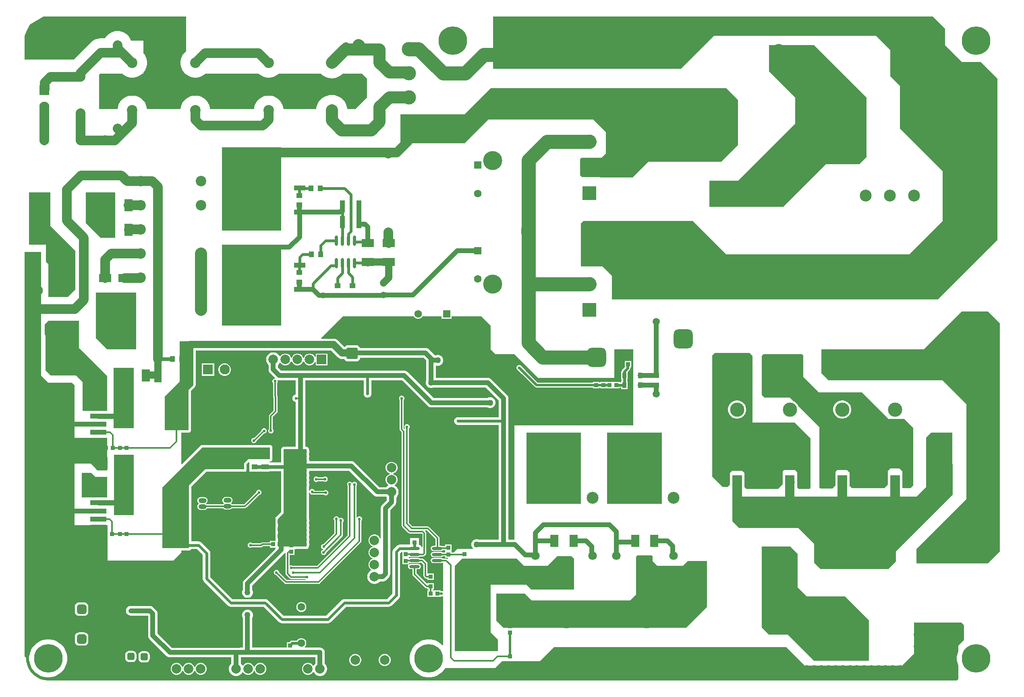
<source format=gbl>
G04*
G04 #@! TF.GenerationSoftware,Altium Limited,Altium Designer,21.6.1 (37)*
G04*
G04 Layer_Physical_Order=2*
G04 Layer_Color=16711680*
%FSLAX42Y42*%
%MOMM*%
G71*
G04*
G04 #@! TF.SameCoordinates,FC63BEE2-DC1F-4C2A-9970-BC50A4DCA033*
G04*
G04*
G04 #@! TF.FilePolarity,Positive*
G04*
G01*
G75*
%ADD14C,0.60*%
%ADD16C,0.30*%
%ADD21R,0.85X0.85*%
%ADD23R,0.85X0.85*%
%ADD28O,0.60X2.20*%
G04:AMPARAMS|DCode=29|XSize=2.4mm|YSize=2.4mm|CornerRadius=0.3mm|HoleSize=0mm|Usage=FLASHONLY|Rotation=90.000|XOffset=0mm|YOffset=0mm|HoleType=Round|Shape=RoundedRectangle|*
%AMROUNDEDRECTD29*
21,1,2.40,1.80,0,0,90.0*
21,1,1.80,2.40,0,0,90.0*
1,1,0.60,0.90,0.90*
1,1,0.60,0.90,-0.90*
1,1,0.60,-0.90,-0.90*
1,1,0.60,-0.90,0.90*
%
%ADD29ROUNDEDRECTD29*%
G04:AMPARAMS|DCode=30|XSize=1mm|YSize=1.6mm|CornerRadius=0.25mm|HoleSize=0mm|Usage=FLASHONLY|Rotation=90.000|XOffset=0mm|YOffset=0mm|HoleType=Round|Shape=RoundedRectangle|*
%AMROUNDEDRECTD30*
21,1,1.00,1.10,0,0,90.0*
21,1,0.50,1.60,0,0,90.0*
1,1,0.50,0.55,0.25*
1,1,0.50,0.55,-0.25*
1,1,0.50,-0.55,-0.25*
1,1,0.50,-0.55,0.25*
%
%ADD30ROUNDEDRECTD30*%
%ADD31R,1.00X1.25*%
%ADD32O,2.20X0.60*%
%ADD35R,1.25X1.00*%
%ADD37R,1.00X1.60*%
%ADD43R,1.70X2.50*%
%ADD44R,0.91X1.22*%
%ADD46R,2.50X1.70*%
%ADD108C,2.50*%
%ADD109C,1.00*%
%ADD110C,2.00*%
%ADD111C,0.50*%
%ADD112C,1.20*%
%ADD113C,3.00*%
%ADD114C,1.50*%
%ADD115C,2.00*%
%ADD116R,2.00X2.00*%
%ADD117C,1.60*%
%ADD118C,1.80*%
%ADD119C,2.50*%
%ADD120O,1.70X1.00*%
%ADD121P,2.71X8X292.5*%
%ADD122C,1.40*%
%ADD123P,1.52X8X202.5*%
%ADD124P,1.52X8X292.5*%
%ADD125C,3.50*%
%ADD126C,2.10*%
%ADD127R,2.10X2.10*%
%ADD128R,2.10X2.10*%
%ADD129C,1.50*%
%ADD130C,2.20*%
%ADD131C,0.70*%
%ADD132C,6.00*%
G04:AMPARAMS|DCode=133|XSize=1.52mm|YSize=1.52mm|CornerRadius=0.38mm|HoleSize=0mm|Usage=FLASHONLY|Rotation=90.000|XOffset=0mm|YOffset=0mm|HoleType=Round|Shape=RoundedRectangle|*
%AMROUNDEDRECTD133*
21,1,1.52,0.76,0,0,90.0*
21,1,0.76,1.52,0,0,90.0*
1,1,0.76,0.38,0.38*
1,1,0.76,0.38,-0.38*
1,1,0.76,-0.38,-0.38*
1,1,0.76,-0.38,0.38*
%
%ADD133ROUNDEDRECTD133*%
%ADD134C,3.00*%
%ADD135R,3.00X3.00*%
%ADD136C,4.00*%
%ADD137P,2.16X8X22.5*%
%ADD138R,1.60X1.60*%
G04:AMPARAMS|DCode=139|XSize=4mm|YSize=4mm|CornerRadius=1mm|HoleSize=0mm|Usage=FLASHONLY|Rotation=0.000|XOffset=0mm|YOffset=0mm|HoleType=Round|Shape=RoundedRectangle|*
%AMROUNDEDRECTD139*
21,1,4.00,2.00,0,0,0.0*
21,1,2.00,4.00,0,0,0.0*
1,1,2.00,1.00,-1.00*
1,1,2.00,-1.00,-1.00*
1,1,2.00,-1.00,1.00*
1,1,2.00,1.00,1.00*
%
%ADD139ROUNDEDRECTD139*%
%ADD140C,1.52*%
G04:AMPARAMS|DCode=141|XSize=2mm|YSize=2mm|CornerRadius=0.5mm|HoleSize=0mm|Usage=FLASHONLY|Rotation=0.000|XOffset=0mm|YOffset=0mm|HoleType=Round|Shape=RoundedRectangle|*
%AMROUNDEDRECTD141*
21,1,2.00,1.00,0,0,0.0*
21,1,1.00,2.00,0,0,0.0*
1,1,1.00,0.50,-0.50*
1,1,1.00,-0.50,-0.50*
1,1,1.00,-0.50,0.50*
1,1,1.00,0.50,0.50*
%
%ADD141ROUNDEDRECTD141*%
G04:AMPARAMS|DCode=142|XSize=2mm|YSize=2mm|CornerRadius=0.5mm|HoleSize=0mm|Usage=FLASHONLY|Rotation=90.000|XOffset=0mm|YOffset=0mm|HoleType=Round|Shape=RoundedRectangle|*
%AMROUNDEDRECTD142*
21,1,2.00,1.00,0,0,90.0*
21,1,1.00,2.00,0,0,90.0*
1,1,1.00,0.50,0.50*
1,1,1.00,0.50,-0.50*
1,1,1.00,-0.50,-0.50*
1,1,1.00,-0.50,0.50*
%
%ADD142ROUNDEDRECTD142*%
%ADD143P,3.30X8X202.5*%
%ADD144R,1.60X1.60*%
%ADD145C,3.05*%
%ADD146P,2.71X8X22.5*%
%ADD147C,1.27*%
%ADD148C,0.60*%
%ADD149C,0.80*%
G04:AMPARAMS|DCode=150|XSize=1.05mm|YSize=1.75mm|CornerRadius=0.26mm|HoleSize=0mm|Usage=FLASHONLY|Rotation=90.000|XOffset=0mm|YOffset=0mm|HoleType=Round|Shape=RoundedRectangle|*
%AMROUNDEDRECTD150*
21,1,1.05,1.23,0,0,90.0*
21,1,0.53,1.75,0,0,90.0*
1,1,0.53,0.61,0.26*
1,1,0.53,0.61,-0.26*
1,1,0.53,-0.61,-0.26*
1,1,0.53,-0.61,0.26*
%
%ADD150ROUNDEDRECTD150*%
G04:AMPARAMS|DCode=151|XSize=1.05mm|YSize=1.75mm|CornerRadius=0.26mm|HoleSize=0mm|Usage=FLASHONLY|Rotation=90.000|XOffset=0mm|YOffset=0mm|HoleType=Round|Shape=RoundedRectangle|*
%AMROUNDEDRECTD151*
21,1,1.05,1.23,0,0,90.0*
21,1,0.53,1.75,0,0,90.0*
1,1,0.53,0.61,0.26*
1,1,0.53,0.61,-0.26*
1,1,0.53,-0.61,-0.26*
1,1,0.53,-0.61,0.26*
%
%ADD151ROUNDEDRECTD151*%
G04:AMPARAMS|DCode=152|XSize=3.4mm|YSize=1.75mm|CornerRadius=0.44mm|HoleSize=0mm|Usage=FLASHONLY|Rotation=90.000|XOffset=0mm|YOffset=0mm|HoleType=Round|Shape=RoundedRectangle|*
%AMROUNDEDRECTD152*
21,1,3.40,0.88,0,0,90.0*
21,1,2.53,1.75,0,0,90.0*
1,1,0.88,0.44,1.26*
1,1,0.88,0.44,-1.26*
1,1,0.88,-0.44,-1.26*
1,1,0.88,-0.44,1.26*
%
%ADD152ROUNDEDRECTD152*%
%ADD153R,3.20X5.00*%
%ADD154R,1.60X3.20*%
%ADD155R,3.20X1.60*%
%ADD156R,1.10X2.60*%
%ADD157R,2.40X1.05*%
%ADD158R,8.90X10.65*%
%ADD159R,3.30X1.00*%
%ADD160R,8.60X10.50*%
%ADD161R,3.50X1.10*%
%ADD162C,0.80*%
%ADD163C,0.33*%
%ADD164C,1.10*%
G36*
X3400Y11773D02*
X3391Y11766D01*
X3356Y11732D01*
X3327Y11692D01*
X3305Y11649D01*
X3290Y11603D01*
X3283Y11554D01*
Y11506D01*
X3290Y11457D01*
X3305Y11411D01*
X3327Y11368D01*
X3356Y11328D01*
X3384Y11300D01*
X3391Y11294D01*
X3430Y11265D01*
X3474Y11243D01*
X3520Y11228D01*
X3568Y11220D01*
X3617D01*
X3665Y11228D01*
X3712Y11243D01*
X3755Y11265D01*
X3795Y11294D01*
X3801Y11300D01*
X4926D01*
X4933Y11294D01*
X4972Y11265D01*
X5016Y11243D01*
X5062Y11228D01*
X5110Y11220D01*
X5159D01*
X5207Y11228D01*
X5254Y11243D01*
X5297Y11265D01*
X5337Y11294D01*
X5343Y11300D01*
X6229D01*
X6229Y11299D01*
X6268Y11266D01*
X6312Y11240D01*
X6359Y11220D01*
X6409Y11208D01*
X6460Y11204D01*
X6511Y11208D01*
X6561Y11220D01*
X6608Y11240D01*
X6652Y11266D01*
X6691Y11299D01*
X6691Y11300D01*
X7100D01*
X7200Y11200D01*
Y10800D01*
X6960Y10560D01*
X6784D01*
X6782Y10581D01*
X6770Y10631D01*
X6750Y10678D01*
X6724Y10722D01*
X6691Y10761D01*
X6652Y10794D01*
X6608Y10820D01*
X6561Y10840D01*
X6511Y10852D01*
X6460Y10856D01*
X6409Y10852D01*
X6359Y10840D01*
X6312Y10820D01*
X6268Y10794D01*
X6229Y10761D01*
X6196Y10722D01*
X6170Y10678D01*
X6150Y10631D01*
X6138Y10581D01*
X6136Y10560D01*
X5444D01*
X5437Y10603D01*
X5422Y10649D01*
X5400Y10692D01*
X5371Y10732D01*
X5337Y10766D01*
X5297Y10795D01*
X5254Y10817D01*
X5207Y10832D01*
X5159Y10840D01*
X5110D01*
X5062Y10832D01*
X5016Y10817D01*
X4972Y10795D01*
X4933Y10766D01*
X4898Y10732D01*
X4870Y10692D01*
X4847Y10649D01*
X4832Y10603D01*
X4826Y10560D01*
X3902D01*
X3895Y10603D01*
X3880Y10649D01*
X3858Y10692D01*
X3829Y10732D01*
X3795Y10766D01*
X3755Y10795D01*
X3712Y10817D01*
X3665Y10832D01*
X3617Y10840D01*
X3568D01*
X3520Y10832D01*
X3474Y10817D01*
X3430Y10795D01*
X3391Y10766D01*
X3356Y10732D01*
X3327Y10692D01*
X3305Y10649D01*
X3290Y10603D01*
X3283Y10560D01*
X2577D01*
X2570Y10603D01*
X2555Y10649D01*
X2533Y10692D01*
X2504Y10732D01*
X2469Y10766D01*
X2430Y10795D01*
X2386Y10817D01*
X2340Y10832D01*
X2292Y10840D01*
X2243D01*
X2195Y10832D01*
X2148Y10817D01*
X2105Y10795D01*
X2065Y10766D01*
X2031Y10732D01*
X2002Y10692D01*
X1980Y10649D01*
X1965Y10603D01*
X1958Y10560D01*
X1570D01*
Y11284D01*
X1586Y11300D01*
X2059D01*
X2065Y11294D01*
X2105Y11265D01*
X2148Y11243D01*
X2195Y11228D01*
X2243Y11220D01*
X2292D01*
X2340Y11228D01*
X2386Y11243D01*
X2430Y11265D01*
X2469Y11294D01*
X2476Y11300D01*
X2500D01*
Y11324D01*
X2504Y11328D01*
X2533Y11368D01*
X2555Y11411D01*
X2570Y11457D01*
X2577Y11506D01*
Y11554D01*
X2570Y11603D01*
X2555Y11649D01*
X2533Y11692D01*
X2504Y11732D01*
X2500Y11736D01*
Y12000D01*
X2241D01*
X2226Y12037D01*
X2201Y12077D01*
X2170Y12113D01*
X2134Y12143D01*
X2094Y12168D01*
X2050Y12186D01*
X2004Y12197D01*
X1957Y12201D01*
X1910Y12197D01*
X1864Y12186D01*
X1821Y12168D01*
X1781Y12143D01*
X1745Y12113D01*
X1714Y12077D01*
X1694Y12045D01*
X1604D01*
X1557Y12041D01*
X1511Y12030D01*
X1467Y12012D01*
X1427Y11987D01*
X1391Y11957D01*
X1034Y11600D01*
X0D01*
Y12100D01*
X43Y12203D01*
X118Y12331D01*
X406Y12500D01*
X3400D01*
Y11773D01*
D02*
G37*
G36*
X15000Y10750D02*
Y9800D01*
X14650Y9450D01*
X13110D01*
X12780Y9120D01*
X12109D01*
X12101Y9123D01*
X12080Y9126D01*
Y9126D01*
X11724Y9126D01*
X11683Y9167D01*
Y9503D01*
X11710Y9530D01*
X12130D01*
X12220Y9620D01*
Y10070D01*
X11950Y10340D01*
X9750D01*
X9250Y9840D01*
X7900D01*
Y10450D01*
X9250D01*
X9800Y11000D01*
X14750D01*
X15000Y10750D01*
D02*
G37*
G36*
X17700Y10800D02*
Y9550D01*
X17550Y9400D01*
X16850D01*
X15950Y8500D01*
X14400D01*
Y9050D01*
X15000D01*
X16200Y10250D01*
Y10800D01*
X15650Y11350D01*
Y11900D01*
X16600D01*
X17700Y10800D01*
D02*
G37*
G36*
X5400Y8000D02*
X4150D01*
Y9750D01*
X5400D01*
Y8000D01*
D02*
G37*
G36*
X1910Y8790D02*
Y7850D01*
X1600D01*
X1290Y8160D01*
Y8800D01*
X1900D01*
X1910Y8790D01*
D02*
G37*
G36*
X19350Y12250D02*
Y11900D01*
X19700Y11550D01*
X20100D01*
X20450Y11200D01*
Y7800D01*
X19200Y6550D01*
X12350D01*
Y7050D01*
X12150Y7250D01*
X11700D01*
Y8150D01*
X11750Y8200D01*
X14050D01*
X14750Y7500D01*
X18600D01*
X19300Y8200D01*
Y9250D01*
X18400Y10150D01*
Y11050D01*
X18200Y11250D01*
Y11800D01*
X17900Y12100D01*
X14500D01*
X13800Y11400D01*
X9850D01*
Y12500D01*
X19100D01*
X19350Y12250D01*
D02*
G37*
G36*
X550Y8100D02*
X1070Y7580D01*
Y6760D01*
X910Y6600D01*
X500D01*
Y7300D01*
X450Y7350D01*
Y7700D01*
X100D01*
Y8800D01*
X550D01*
Y8100D01*
D02*
G37*
G36*
X9800Y6000D02*
Y5500D01*
X9900Y5400D01*
X10300D01*
X10800Y4900D01*
X12400D01*
Y5500D01*
X12800D01*
Y3900D01*
X10300D01*
Y1496D01*
X10173D01*
Y3992D01*
Y4470D01*
X10170Y4496D01*
X10160Y4520D01*
X10144Y4541D01*
X9814Y4871D01*
X9793Y4887D01*
X9769Y4897D01*
X9743Y4901D01*
X8651D01*
Y5153D01*
X8661Y5160D01*
X8675Y5156D01*
X8705D01*
X8734Y5164D01*
X8760Y5179D01*
X8781Y5200D01*
X8796Y5226D01*
X8804Y5255D01*
Y5285D01*
X8796Y5314D01*
X8781Y5340D01*
X8760Y5361D01*
X8734Y5376D01*
X8705Y5383D01*
X8675D01*
X8647Y5376D01*
X8627D01*
X8504Y5499D01*
X8483Y5515D01*
X8459Y5525D01*
X8432Y5528D01*
X7056D01*
X7048Y5548D01*
X7035Y5564D01*
X7018Y5577D01*
X6999Y5585D01*
X6978Y5588D01*
X6798D01*
X6777Y5585D01*
X6757Y5577D01*
X6741Y5564D01*
X6735Y5557D01*
X6722Y5556D01*
X6589Y5689D01*
X6563Y5709D01*
X6533Y5722D01*
X6500Y5726D01*
X6243D01*
X6238Y5738D01*
X6700Y6200D01*
X8182D01*
X8191Y6185D01*
X8210Y6166D01*
X8234Y6152D01*
X8261Y6145D01*
X8289D01*
X8316Y6152D01*
X8340Y6166D01*
X8359Y6185D01*
X8368Y6200D01*
X8770D01*
Y6145D01*
X8980D01*
Y6200D01*
X9600D01*
X9800Y6000D01*
D02*
G37*
G36*
X5400D02*
X4150D01*
Y7700D01*
X5400D01*
Y6000D01*
D02*
G37*
G36*
X2350Y5500D02*
X1740D01*
X1500Y5740D01*
Y6700D01*
X2350D01*
Y5500D01*
D02*
G37*
G36*
X6588Y5333D02*
X6615Y5313D01*
X6645Y5301D01*
X6678Y5296D01*
X6724D01*
X6728Y5287D01*
X6741Y5270D01*
X6757Y5257D01*
X6777Y5249D01*
X6798Y5247D01*
X6978D01*
X6999Y5249D01*
X7018Y5257D01*
X7035Y5270D01*
X7048Y5287D01*
X7056Y5306D01*
X7058Y5327D01*
X8391D01*
X8449Y5268D01*
Y4852D01*
X8444Y4844D01*
X8436Y4815D01*
Y4785D01*
X8444Y4756D01*
X8459Y4730D01*
X8480Y4709D01*
X8506Y4694D01*
X8535Y4687D01*
X8565D01*
X8594Y4694D01*
X8602Y4699D01*
X9701D01*
X9972Y4428D01*
Y4073D01*
X9112D01*
X9107Y4072D01*
X9102D01*
X9097Y4071D01*
X9092Y4070D01*
X9087Y4068D01*
X9082Y4067D01*
X9077Y4064D01*
X9072Y4062D01*
X9068Y4059D01*
X9063Y4057D01*
X9060Y4053D01*
X9055Y4050D01*
X9052Y4045D01*
X9048Y4042D01*
X9046Y4037D01*
X9043Y4033D01*
X9041Y4028D01*
X9038Y4023D01*
X9037Y4018D01*
X9035Y4013D01*
X9034Y4008D01*
X9032Y4003D01*
Y3998D01*
X9032Y3992D01*
X9032Y3987D01*
Y3982D01*
X9034Y3977D01*
X9035Y3972D01*
X9037Y3967D01*
X9038Y3962D01*
X9041Y3957D01*
X9043Y3952D01*
X9046Y3948D01*
X9048Y3943D01*
X9052Y3940D01*
X9055Y3935D01*
X9060Y3932D01*
X9063Y3928D01*
X9068Y3926D01*
X9072Y3923D01*
X9077Y3921D01*
X9082Y3918D01*
X9087Y3917D01*
X9092Y3915D01*
X9097Y3914D01*
X9102Y3912D01*
X9107D01*
X9112Y3912D01*
X9972D01*
Y1496D01*
X9560D01*
X9551Y1501D01*
X9522Y1509D01*
X9493D01*
X9464Y1501D01*
X9438Y1486D01*
X9417Y1465D01*
X9402Y1439D01*
X9394Y1410D01*
Y1380D01*
X9402Y1351D01*
X9417Y1325D01*
X9429Y1313D01*
X9424Y1300D01*
X9100D01*
X9029Y1229D01*
X8975D01*
Y1253D01*
X8975D01*
Y1257D01*
X8975D01*
Y1393D01*
X8840D01*
Y1360D01*
X8787D01*
X8779Y1365D01*
X8757Y1369D01*
X8724D01*
Y1527D01*
X8721Y1543D01*
X8712Y1556D01*
X8504Y1764D01*
X8491Y1773D01*
X8475Y1776D01*
X8157D01*
X8081Y1852D01*
Y3833D01*
X8087Y3839D01*
X8095Y3859D01*
Y3881D01*
X8087Y3901D01*
X8071Y3917D01*
X8051Y3925D01*
X8029D01*
X8009Y3917D01*
X7993Y3901D01*
X7985Y3881D01*
Y3859D01*
X7993Y3839D01*
X7994Y3838D01*
X7993Y3833D01*
X7980Y3829D01*
X7971Y3837D01*
Y4433D01*
X7977Y4439D01*
X7985Y4459D01*
Y4481D01*
X7977Y4501D01*
X7961Y4517D01*
X7941Y4525D01*
X7919D01*
X7899Y4517D01*
X7883Y4501D01*
X7875Y4481D01*
Y4459D01*
X7883Y4439D01*
X7889Y4433D01*
Y3820D01*
X7892Y3804D01*
X7901Y3791D01*
X7931Y3760D01*
Y1790D01*
X7934Y1774D01*
X7943Y1761D01*
X8066Y1638D01*
X8079Y1629D01*
X8095Y1626D01*
X8355D01*
X8366Y1615D01*
Y1341D01*
X8354Y1338D01*
X8347Y1353D01*
X8335Y1370D01*
X8318Y1383D01*
X8298Y1391D01*
X8293Y1392D01*
Y1527D01*
X8107D01*
Y1394D01*
X7888D01*
X7867Y1391D01*
X7848Y1383D01*
X7831Y1370D01*
X7760Y1300D01*
X7748Y1283D01*
X7740Y1263D01*
X7737Y1243D01*
Y361D01*
X7624Y248D01*
X6728D01*
X6707Y245D01*
X6687Y237D01*
X6670Y225D01*
X6347Y-99D01*
X5443D01*
X5120Y225D01*
X5103Y237D01*
X5083Y245D01*
X5062Y248D01*
X4368D01*
X3911Y706D01*
Y1210D01*
X3908Y1231D01*
X3900Y1250D01*
X3887Y1267D01*
X3717Y1437D01*
X3700Y1450D01*
X3681Y1458D01*
X3660Y1461D01*
X3511D01*
Y2619D01*
X3821Y2929D01*
X4620D01*
X4625Y2930D01*
X4662D01*
Y2954D01*
X4667Y2960D01*
X4671Y2980D01*
Y3089D01*
X4717Y3135D01*
X4728Y3127D01*
Y3126D01*
Y2930D01*
X4953D01*
X4953Y2930D01*
X4965Y2935D01*
X4979Y2929D01*
X4999Y2927D01*
X5121D01*
X5141Y2929D01*
X5160Y2937D01*
X5163Y2939D01*
X5399D01*
Y2081D01*
X5294Y1976D01*
X5292Y1973D01*
X5275D01*
Y1788D01*
Y1627D01*
Y1468D01*
X5160D01*
Y1441D01*
X5000D01*
X4984Y1438D01*
X4971Y1429D01*
X4963Y1421D01*
X4787D01*
X4781Y1427D01*
X4761Y1435D01*
X4739D01*
X4719Y1427D01*
X4703Y1411D01*
X4695Y1391D01*
Y1369D01*
X4703Y1349D01*
X4719Y1333D01*
X4739Y1325D01*
X4761D01*
X4781Y1333D01*
X4787Y1339D01*
X4980D01*
X4996Y1342D01*
X5009Y1351D01*
X5017Y1359D01*
X5160D01*
Y1332D01*
X5275D01*
Y1308D01*
X5275Y1307D01*
X5275D01*
X5269Y1297D01*
X4619Y646D01*
X4603Y625D01*
X4593Y601D01*
X4589Y575D01*
Y440D01*
X4584Y431D01*
X4576Y402D01*
Y373D01*
X4584Y344D01*
X4599Y318D01*
X4620Y297D01*
X4646Y282D01*
X4675Y274D01*
X4705D01*
X4734Y282D01*
X4760Y297D01*
X4781Y318D01*
X4796Y344D01*
X4803Y373D01*
Y402D01*
X4796Y431D01*
X4791Y440D01*
Y533D01*
X5471Y1214D01*
X5476Y1220D01*
X5489Y1216D01*
Y782D01*
X5492Y767D01*
X5501Y753D01*
X5573Y681D01*
X5587Y672D01*
X5603Y669D01*
X5903D01*
X5909Y663D01*
X5913Y661D01*
X5910Y649D01*
X5515D01*
X5353Y810D01*
Y819D01*
X5344Y839D01*
X5329Y854D01*
X5309Y863D01*
X5286D01*
X5266Y854D01*
X5251Y839D01*
X5242Y819D01*
Y796D01*
X5251Y776D01*
X5266Y761D01*
X5286Y752D01*
X5295D01*
X5468Y578D01*
X5482Y569D01*
X5497Y566D01*
X6183D01*
X6198Y569D01*
X6212Y578D01*
X7069Y1436D01*
X7078Y1449D01*
X7081Y1465D01*
Y1895D01*
X7087Y1901D01*
X7095Y1921D01*
Y1944D01*
X7087Y1964D01*
X7071Y1979D01*
X7051Y1988D01*
X7029D01*
X7009Y1979D01*
X6993Y1964D01*
X6991Y1960D01*
X6979Y1962D01*
Y2623D01*
X6984Y2629D01*
X6993Y2649D01*
Y2671D01*
X6984Y2691D01*
X6969Y2707D01*
X6949Y2715D01*
X6926D01*
X6906Y2707D01*
X6897Y2698D01*
X6886Y2694D01*
X6880Y2698D01*
X6869Y2709D01*
X6849Y2718D01*
X6826D01*
X6806Y2709D01*
X6791Y2694D01*
X6782Y2674D01*
Y2651D01*
X6791Y2631D01*
X6796Y2625D01*
Y1587D01*
X6153Y944D01*
X5642D01*
X5636Y949D01*
X5616Y958D01*
X5594D01*
X5584Y954D01*
X5571Y962D01*
Y1175D01*
X5675D01*
Y1290D01*
X5700D01*
Y1299D01*
X5930D01*
X5950Y1303D01*
X5966Y1314D01*
X5977Y1330D01*
X5981Y1350D01*
Y1360D01*
X5984Y1365D01*
X5990Y1388D01*
Y1412D01*
X5984Y1435D01*
X5981Y1440D01*
Y1460D01*
X5984Y1465D01*
X5990Y1488D01*
Y1512D01*
X5984Y1535D01*
X5981Y1540D01*
Y1560D01*
X5984Y1565D01*
X5990Y1588D01*
Y1612D01*
X5984Y1635D01*
X5981Y1640D01*
Y1660D01*
X5984Y1665D01*
X5990Y1688D01*
Y1712D01*
X5984Y1735D01*
X5981Y1740D01*
Y1760D01*
X5984Y1765D01*
X5990Y1788D01*
Y1812D01*
X5984Y1835D01*
X5981Y1840D01*
Y1860D01*
X5984Y1865D01*
X5990Y1888D01*
Y1912D01*
X5984Y1935D01*
X5981Y1940D01*
Y2490D01*
X5994Y2493D01*
X6001Y2476D01*
X6014Y2463D01*
X6018Y2456D01*
X6032Y2447D01*
X6047Y2444D01*
X6298D01*
X6304Y2438D01*
X6324Y2430D01*
X6346D01*
X6366Y2438D01*
X6382Y2454D01*
X6390Y2474D01*
Y2496D01*
X6382Y2516D01*
X6366Y2532D01*
X6346Y2540D01*
X6324D01*
X6304Y2532D01*
X6298Y2526D01*
X6100D01*
X6094Y2539D01*
X6079Y2554D01*
X6059Y2563D01*
X6036D01*
X6016Y2554D01*
X6001Y2539D01*
X5994Y2522D01*
X5981Y2525D01*
Y2610D01*
X5984Y2615D01*
X5990Y2638D01*
Y2662D01*
X5984Y2685D01*
X5981Y2690D01*
Y2710D01*
X5984Y2715D01*
X5990Y2738D01*
Y2762D01*
X5984Y2785D01*
X5981Y2790D01*
Y2810D01*
X5984Y2815D01*
X5990Y2838D01*
Y2862D01*
X5984Y2885D01*
X5981Y2890D01*
Y2910D01*
X5984Y2915D01*
X5990Y2938D01*
Y2949D01*
X6828D01*
X7347Y2430D01*
X7368Y2414D01*
X7392Y2404D01*
X7418Y2401D01*
X7604D01*
X7614Y2390D01*
Y2327D01*
X7519Y2231D01*
X7503Y2210D01*
X7493Y2186D01*
X7489Y2160D01*
Y1522D01*
X7476Y1520D01*
X7474Y1528D01*
X7458Y1556D01*
X7434Y1580D01*
X7406Y1596D01*
X7374Y1605D01*
X7341D01*
X7309Y1596D01*
X7281Y1580D01*
X7257Y1556D01*
X7241Y1528D01*
X7232Y1496D01*
Y1463D01*
X7241Y1431D01*
X7257Y1403D01*
X7281Y1379D01*
X7309Y1363D01*
X7322Y1359D01*
Y1346D01*
X7309Y1342D01*
X7281Y1326D01*
X7257Y1302D01*
X7241Y1274D01*
X7232Y1242D01*
Y1209D01*
X7241Y1177D01*
X7257Y1149D01*
X7281Y1125D01*
X7309Y1109D01*
X7322Y1105D01*
Y1092D01*
X7309Y1088D01*
X7281Y1072D01*
X7257Y1048D01*
X7241Y1020D01*
X7232Y988D01*
Y955D01*
X7241Y923D01*
X7257Y895D01*
X7281Y871D01*
X7291Y865D01*
X7291Y852D01*
X7286Y850D01*
X7262Y834D01*
X7241Y813D01*
X7225Y789D01*
X7213Y761D01*
X7207Y732D01*
Y703D01*
X7213Y674D01*
X7225Y646D01*
X7241Y622D01*
X7262Y601D01*
X7286Y585D01*
X7314Y573D01*
X7343Y568D01*
X7372D01*
X7401Y573D01*
X7429Y585D01*
X7453Y601D01*
X7469Y617D01*
X7531D01*
X7558Y620D01*
X7582Y630D01*
X7603Y646D01*
X7661Y705D01*
X7677Y726D01*
X7687Y750D01*
X7691Y776D01*
Y2118D01*
X7786Y2214D01*
X7802Y2235D01*
X7812Y2259D01*
X7816Y2285D01*
Y2390D01*
X7832Y2406D01*
X7848Y2430D01*
X7859Y2458D01*
X7865Y2487D01*
Y2516D01*
X7859Y2545D01*
X7848Y2573D01*
X7832Y2597D01*
X7811Y2618D01*
X7786Y2634D01*
X7782Y2636D01*
X7781Y2649D01*
X7792Y2655D01*
X7815Y2679D01*
X7832Y2707D01*
X7840Y2739D01*
Y2772D01*
X7832Y2804D01*
X7815Y2832D01*
X7792Y2856D01*
X7763Y2872D01*
X7750Y2876D01*
Y2889D01*
X7763Y2893D01*
X7792Y2909D01*
X7815Y2933D01*
X7832Y2961D01*
X7840Y2993D01*
Y3026D01*
X7832Y3058D01*
X7815Y3086D01*
X7792Y3110D01*
X7763Y3126D01*
X7732Y3135D01*
X7698D01*
X7667Y3126D01*
X7638Y3110D01*
X7615Y3086D01*
X7598Y3058D01*
X7590Y3026D01*
Y2993D01*
X7598Y2961D01*
X7615Y2933D01*
X7638Y2909D01*
X7667Y2893D01*
X7680Y2889D01*
Y2876D01*
X7667Y2872D01*
X7638Y2856D01*
X7615Y2832D01*
X7598Y2804D01*
X7590Y2772D01*
Y2739D01*
X7598Y2707D01*
X7615Y2679D01*
X7638Y2655D01*
X7649Y2649D01*
X7648Y2636D01*
X7644Y2634D01*
X7619Y2618D01*
X7604Y2602D01*
X7460D01*
X6941Y3121D01*
X6920Y3137D01*
X6896Y3147D01*
X6870Y3151D01*
X5990D01*
Y3162D01*
X5984Y3185D01*
X5981Y3190D01*
Y3210D01*
X5984Y3215D01*
X5990Y3238D01*
Y3262D01*
X5984Y3285D01*
X5981Y3290D01*
Y3310D01*
X5984Y3315D01*
X5990Y3338D01*
Y3362D01*
X5984Y3385D01*
X5981Y3390D01*
Y3400D01*
X5977Y3420D01*
X5966Y3436D01*
X5950Y3447D01*
X5930Y3451D01*
X5901D01*
Y4475D01*
Y4852D01*
X7132D01*
Y4567D01*
X7132Y4562D01*
Y4557D01*
X7134Y4552D01*
X7135Y4547D01*
X7137Y4542D01*
X7138Y4537D01*
X7141Y4532D01*
X7143Y4527D01*
X7146Y4523D01*
X7148Y4518D01*
X7152Y4515D01*
X7155Y4510D01*
X7160Y4507D01*
X7163Y4503D01*
X7168Y4501D01*
X7172Y4498D01*
X7177Y4496D01*
X7182Y4493D01*
X7187Y4492D01*
X7192Y4490D01*
X7197Y4489D01*
X7202Y4488D01*
X7207D01*
X7212Y4487D01*
X7218Y4488D01*
X7223D01*
X7228Y4489D01*
X7233Y4490D01*
X7238Y4492D01*
X7243Y4493D01*
X7248Y4496D01*
X7253Y4498D01*
X7257Y4501D01*
X7262Y4503D01*
X7265Y4507D01*
X7270Y4510D01*
X7273Y4515D01*
X7277Y4518D01*
X7279Y4523D01*
X7282Y4527D01*
X7284Y4532D01*
X7287Y4537D01*
X7288Y4542D01*
X7290Y4547D01*
X7291Y4552D01*
X7293Y4557D01*
Y4562D01*
X7293Y4567D01*
Y4852D01*
X7941D01*
X8484Y4309D01*
X8505Y4293D01*
X8529Y4283D01*
X8555Y4279D01*
X9735D01*
X9744Y4274D01*
X9773Y4267D01*
X9802D01*
X9831Y4274D01*
X9857Y4289D01*
X9878Y4310D01*
X9893Y4336D01*
X9901Y4365D01*
Y4395D01*
X9893Y4424D01*
X9878Y4450D01*
X9857Y4471D01*
X9831Y4486D01*
X9802Y4494D01*
X9773D01*
X9744Y4486D01*
X9735Y4481D01*
X8597D01*
X8054Y5024D01*
X8033Y5040D01*
X8009Y5050D01*
X7982Y5053D01*
X5399D01*
X5333Y5120D01*
Y5176D01*
X5349Y5192D01*
X5365Y5216D01*
X5367Y5221D01*
X5379Y5221D01*
X5386Y5211D01*
X5409Y5187D01*
X5438Y5171D01*
X5469Y5162D01*
X5503D01*
X5534Y5171D01*
X5563Y5187D01*
X5586Y5211D01*
X5603Y5239D01*
X5606Y5252D01*
X5620D01*
X5623Y5239D01*
X5640Y5211D01*
X5663Y5187D01*
X5692Y5171D01*
X5723Y5162D01*
X5757D01*
X5788Y5171D01*
X5817Y5187D01*
X5840Y5211D01*
X5857Y5239D01*
X5860Y5252D01*
X5874D01*
X5877Y5239D01*
X5894Y5211D01*
X5917Y5187D01*
X5946Y5171D01*
X5977Y5162D01*
X6011D01*
X6042Y5171D01*
X6071Y5187D01*
X6094Y5211D01*
X6104Y5227D01*
X6120Y5230D01*
X6123Y5229D01*
Y5162D01*
X6373D01*
Y5413D01*
X6123D01*
Y5346D01*
X6120Y5345D01*
X6104Y5348D01*
X6094Y5364D01*
X6071Y5388D01*
X6042Y5404D01*
X6011Y5413D01*
X5977D01*
X5946Y5404D01*
X5917Y5388D01*
X5894Y5364D01*
X5877Y5336D01*
X5874Y5323D01*
X5860D01*
X5857Y5336D01*
X5840Y5364D01*
X5817Y5388D01*
X5788Y5404D01*
X5757Y5413D01*
X5723D01*
X5692Y5404D01*
X5663Y5388D01*
X5640Y5364D01*
X5623Y5336D01*
X5620Y5323D01*
X5606D01*
X5603Y5336D01*
X5586Y5364D01*
X5563Y5388D01*
X5534Y5404D01*
X5503Y5413D01*
X5469D01*
X5438Y5404D01*
X5409Y5388D01*
X5386Y5364D01*
X5379Y5354D01*
X5367Y5354D01*
X5365Y5359D01*
X5349Y5383D01*
X5328Y5404D01*
X5303Y5420D01*
X5276Y5432D01*
X5247Y5438D01*
X5217D01*
X5188Y5432D01*
X5161Y5420D01*
X5136Y5404D01*
X5115Y5383D01*
X5099Y5359D01*
X5088Y5331D01*
X5082Y5302D01*
Y5273D01*
X5088Y5244D01*
X5099Y5216D01*
X5115Y5192D01*
X5131Y5176D01*
Y5078D01*
X5135Y5052D01*
X5145Y5028D01*
X5161Y5007D01*
X5269Y4898D01*
X5264Y4885D01*
X5259D01*
X5239Y4877D01*
X5223Y4861D01*
X5215Y4841D01*
Y4819D01*
X5223Y4799D01*
X5229Y4793D01*
Y4513D01*
X5232Y4498D01*
X5239Y4487D01*
Y4212D01*
X5151Y4124D01*
X5142Y4111D01*
X5139Y4095D01*
Y3827D01*
X5133Y3821D01*
X5125Y3801D01*
Y3779D01*
X5133Y3759D01*
X5149Y3743D01*
X5169Y3735D01*
X5191D01*
X5211Y3743D01*
X5227Y3759D01*
X5235Y3779D01*
Y3801D01*
X5227Y3821D01*
X5221Y3827D01*
Y4078D01*
X5309Y4166D01*
X5318Y4179D01*
X5321Y4195D01*
Y4503D01*
X5318Y4519D01*
X5311Y4529D01*
Y4793D01*
X5317Y4799D01*
X5325Y4819D01*
Y4841D01*
X5323Y4846D01*
X5333Y4855D01*
X5358Y4852D01*
X5699D01*
Y4552D01*
X5682Y4547D01*
X5663Y4537D01*
X5648Y4522D01*
X5638Y4503D01*
X5633Y4483D01*
Y4462D01*
X5638Y4442D01*
X5648Y4423D01*
X5663Y4408D01*
X5682Y4398D01*
X5699Y4393D01*
Y3451D01*
X5450D01*
X5430Y3447D01*
X5414Y3436D01*
X5403Y3420D01*
X5399Y3400D01*
Y3121D01*
X5162D01*
X5160Y3123D01*
X5151Y3126D01*
X5153Y3139D01*
X5160D01*
X5180Y3143D01*
X5196Y3154D01*
X5207Y3170D01*
X5211Y3190D01*
Y3440D01*
X5207Y3460D01*
X5196Y3476D01*
X5180Y3487D01*
X5160Y3491D01*
X3740D01*
X3720Y3487D01*
X3704Y3476D01*
X3312Y3084D01*
X3300Y3089D01*
Y3749D01*
X3450D01*
X3470Y3753D01*
X3486Y3764D01*
X3497Y3780D01*
X3501Y3800D01*
Y4629D01*
X3586Y4714D01*
X3586Y4714D01*
X3597Y4730D01*
X3601Y4750D01*
Y5474D01*
X6448D01*
X6588Y5333D01*
D02*
G37*
G36*
X1150Y5530D02*
X1740Y4940D01*
Y4210D01*
X1220D01*
Y4820D01*
X1090Y4950D01*
X550D01*
X440Y5060D01*
Y5800D01*
X430Y5810D01*
Y6030D01*
X500Y6100D01*
X1150D01*
Y5530D01*
D02*
G37*
G36*
X2295Y3840D02*
X1875D01*
Y5110D01*
X2295D01*
Y3840D01*
D02*
G37*
G36*
X3550Y4750D02*
X3550D01*
X3450Y4650D01*
Y3800D01*
X2950D01*
Y4510D01*
X3260Y4820D01*
Y5670D01*
X3550D01*
Y4750D01*
D02*
G37*
G36*
X350Y4950D02*
X500Y4800D01*
X1000D01*
X1050Y4750D01*
Y3640D01*
X1740D01*
Y2950D01*
X1530D01*
X1460Y3040D01*
X1400Y3100D01*
X1050D01*
Y1800D01*
X1750D01*
Y1060D01*
X3130D01*
X3300Y1230D01*
Y1269D01*
X3460D01*
X3480Y1273D01*
X3490Y1280D01*
X3503D01*
Y1294D01*
X3506Y1299D01*
X3627D01*
X3749Y1177D01*
Y672D01*
X3752Y652D01*
X3760Y632D01*
X3773Y615D01*
X4278Y110D01*
X4295Y98D01*
X4314Y90D01*
X4335Y87D01*
X5029D01*
X5353Y-237D01*
X5370Y-250D01*
X5389Y-258D01*
X5410Y-261D01*
X6380D01*
X6401Y-258D01*
X6420Y-250D01*
X6437Y-237D01*
X6761Y87D01*
X7657D01*
X7678Y90D01*
X7698Y98D01*
X7715Y110D01*
X7875Y270D01*
X7887Y287D01*
X7895Y307D01*
X7898Y328D01*
Y1209D01*
X7921Y1232D01*
X7942D01*
Y1131D01*
X7942Y1122D01*
X7942Y1109D01*
Y982D01*
X8070D01*
X8073Y978D01*
X8076Y969D01*
X8065Y954D01*
X8061Y932D01*
X8065Y910D01*
X8078Y892D01*
X8096Y880D01*
X8117Y876D01*
X8155D01*
Y772D01*
X8158Y756D01*
X8167Y742D01*
X8427Y482D01*
X8441Y473D01*
X8457Y470D01*
X8470D01*
Y445D01*
X8496D01*
Y428D01*
X8472D01*
Y292D01*
X8599D01*
X8608Y292D01*
X8621Y292D01*
X8748D01*
Y298D01*
X8758Y305D01*
X8759Y305D01*
X8781D01*
X8789Y308D01*
X8800Y301D01*
Y-718D01*
X8788Y-723D01*
X8761Y-695D01*
X8710Y-658D01*
X8654Y-629D01*
X8594Y-610D01*
X8531Y-600D01*
X8469D01*
X8406Y-610D01*
X8346Y-629D01*
X8290Y-658D01*
X8239Y-695D01*
X8195Y-739D01*
X8158Y-790D01*
X8129Y-846D01*
X8110Y-906D01*
X8100Y-969D01*
Y-1031D01*
X8110Y-1094D01*
X8129Y-1154D01*
X8158Y-1210D01*
X8195Y-1261D01*
X8239Y-1305D01*
X8290Y-1342D01*
X8346Y-1371D01*
X8406Y-1390D01*
X8469Y-1400D01*
X8531D01*
X8594Y-1390D01*
X8654Y-1371D01*
X8710Y-1342D01*
X8761Y-1305D01*
X8805Y-1261D01*
X8842Y-1210D01*
X8847Y-1200D01*
X9900D01*
X10040Y-1060D01*
X10830D01*
X11130Y-760D01*
X16010D01*
X16400Y-1150D01*
X18450D01*
X18700Y-900D01*
Y-250D01*
X19700D01*
X19750Y-300D01*
Y-610D01*
X19630Y-730D01*
Y-845D01*
X19629Y-846D01*
X19610Y-906D01*
X19600Y-969D01*
Y-1031D01*
X19610Y-1094D01*
X19629Y-1154D01*
X19630Y-1155D01*
Y-1430D01*
X19596Y-1464D01*
X500D01*
X498Y-1464D01*
X439Y-1460D01*
X380Y-1449D01*
X322Y-1429D01*
X268Y-1402D01*
X217Y-1368D01*
X172Y-1328D01*
X132Y-1283D01*
X98Y-1232D01*
X71Y-1178D01*
X51Y-1120D01*
X40Y-1061D01*
X36Y-1000D01*
X36Y-1000D01*
X36D01*
X33Y-986D01*
X26Y-974D01*
X14Y-967D01*
X0Y-964D01*
Y700D01*
Y7550D01*
X350D01*
Y4950D01*
D02*
G37*
G36*
X16373Y5372D02*
Y4922D01*
X16702Y4592D01*
X17605D01*
X18160Y4038D01*
X18495D01*
X18680Y3853D01*
Y2642D01*
X18623Y2585D01*
X18465D01*
X18455Y2595D01*
Y2930D01*
X18393Y2992D01*
X18200D01*
X18150Y2942D01*
Y2655D01*
X18080Y2585D01*
X17393D01*
X17345Y2633D01*
Y2915D01*
X17295Y2965D01*
X17085D01*
X17045Y2925D01*
Y2640D01*
X16977Y2573D01*
X16732D01*
X16710Y2595D01*
Y3865D01*
X16264Y4311D01*
X16259Y4324D01*
X16238Y4355D01*
X16211Y4382D01*
X16180Y4403D01*
X16167Y4408D01*
X16085Y4490D01*
X15560D01*
X15502Y4547D01*
Y5367D01*
X15538Y5403D01*
X16343D01*
X16373Y5372D01*
D02*
G37*
G36*
X15305Y5370D02*
Y3958D01*
X16188D01*
X16525Y3620D01*
Y2590D01*
X16502Y2567D01*
X16280D01*
X16245Y2602D01*
Y2917D01*
X16202Y2960D01*
X15960D01*
X15938Y2938D01*
Y2662D01*
X15843Y2567D01*
X15173D01*
X15135Y2605D01*
Y2905D01*
X15095Y2945D01*
X14870D01*
X14827Y2902D01*
Y2900D01*
Y2660D01*
X14777Y2610D01*
X14675D01*
X14457Y2827D01*
Y5372D01*
X14515Y5430D01*
X15245D01*
X15305Y5370D01*
D02*
G37*
G36*
X19510Y2440D02*
X18320Y1250D01*
Y1040D01*
X18160Y880D01*
X16730D01*
X16600Y1010D01*
Y1410D01*
X16270Y1740D01*
X15020D01*
X14880Y1880D01*
Y2850D01*
X15080D01*
Y2400D01*
X15990D01*
Y2850D01*
X16180D01*
Y2400D01*
X17090D01*
Y2850D01*
X17290D01*
Y2400D01*
X18200D01*
Y2850D01*
X18400D01*
Y2400D01*
X18750D01*
X18950Y2600D01*
Y3650D01*
X19050Y3750D01*
X19500D01*
X19510Y2440D01*
D02*
G37*
G36*
X1490Y2820D02*
X1740Y2820D01*
Y2390D01*
X1210D01*
Y2900D01*
X1410D01*
X1490Y2820D01*
D02*
G37*
G36*
X13400Y2250D02*
X12250D01*
Y3750D01*
X13400D01*
Y2250D01*
D02*
G37*
G36*
X11700D02*
X10550D01*
Y3750D01*
X11700D01*
Y2250D01*
D02*
G37*
G36*
X2300Y2010D02*
X1880D01*
Y3280D01*
X2300D01*
Y2010D01*
D02*
G37*
G36*
X5930Y1350D02*
X5330D01*
Y1940D01*
X5450Y2060D01*
Y3400D01*
X5930D01*
Y1350D01*
D02*
G37*
G36*
X5160Y3190D02*
X4700D01*
X4620Y3110D01*
Y2980D01*
X3800D01*
X3460Y2640D01*
Y1320D01*
X2900D01*
Y2600D01*
X3740Y3440D01*
X5160D01*
Y3190D01*
D02*
G37*
G36*
X8642Y1510D02*
Y1369D01*
X8597D01*
X8576Y1365D01*
X8558Y1353D01*
X8545Y1335D01*
X8541Y1313D01*
X8545Y1291D01*
X8558Y1273D01*
X8576Y1261D01*
X8597Y1257D01*
X8757D01*
X8779Y1261D01*
X8797Y1273D01*
X8800Y1278D01*
X8840D01*
Y1257D01*
X8840D01*
Y1253D01*
X8840D01*
Y1229D01*
X8793D01*
X8779Y1238D01*
X8757Y1242D01*
X8597D01*
X8576Y1238D01*
X8558Y1226D01*
X8545Y1208D01*
X8541Y1186D01*
X8545Y1164D01*
X8558Y1146D01*
X8576Y1134D01*
X8597Y1130D01*
X8757D01*
X8779Y1134D01*
X8797Y1146D01*
X8798Y1147D01*
X8840D01*
Y1117D01*
X8901D01*
X8905Y1105D01*
X8889Y1089D01*
X8877Y1097D01*
X8861Y1100D01*
X8796D01*
X8779Y1111D01*
X8757Y1115D01*
X8597D01*
X8576Y1111D01*
X8558Y1099D01*
X8545Y1081D01*
X8541Y1059D01*
X8545Y1037D01*
X8558Y1019D01*
X8576Y1007D01*
X8597Y1003D01*
X8757D01*
X8779Y1007D01*
X8789Y1014D01*
X8795Y1012D01*
X8800Y1000D01*
Y419D01*
X8789Y412D01*
X8781Y415D01*
X8759D01*
X8758Y415D01*
X8748Y422D01*
Y428D01*
X8621D01*
X8612Y428D01*
X8599Y428D01*
X8581D01*
Y445D01*
X8605D01*
Y580D01*
X8470D01*
Y577D01*
X8458Y573D01*
X8240Y790D01*
Y876D01*
X8278D01*
X8299Y880D01*
X8317Y892D01*
X8330Y910D01*
X8334Y932D01*
X8330Y954D01*
X8317Y972D01*
X8299Y984D01*
X8278Y988D01*
X8117D01*
X8096Y984D01*
X8090Y980D01*
X8078Y987D01*
Y1004D01*
X8091Y1010D01*
X8096Y1007D01*
X8117Y1003D01*
X8278D01*
X8299Y1007D01*
X8316Y1018D01*
X8344D01*
X8389Y973D01*
Y738D01*
X8392Y722D01*
X8401Y708D01*
X8418Y691D01*
X8432Y682D01*
X8448Y679D01*
X8472D01*
Y652D01*
X8608D01*
Y788D01*
X8472D01*
X8471Y800D01*
Y990D01*
X8468Y1006D01*
X8459Y1019D01*
X8390Y1088D01*
X8377Y1097D01*
X8361Y1100D01*
X8316D01*
X8299Y1111D01*
X8278Y1115D01*
X8117D01*
X8096Y1111D01*
X8089Y1107D01*
X8078Y1113D01*
Y1118D01*
X8078Y1132D01*
X8089Y1138D01*
X8096Y1134D01*
X8117Y1130D01*
X8278D01*
X8299Y1134D01*
X8316Y1145D01*
X8381D01*
X8397Y1148D01*
X8410Y1157D01*
X8437Y1183D01*
X8446Y1197D01*
X8449Y1212D01*
Y1633D01*
X8446Y1648D01*
X8437Y1662D01*
X8416Y1682D01*
X8421Y1694D01*
X8458D01*
X8642Y1510D01*
D02*
G37*
G36*
X20500Y6050D02*
X20500Y1250D01*
X20250Y1000D01*
X18750D01*
Y1300D01*
X19800Y2350D01*
Y4350D01*
X19300Y4850D01*
X16900D01*
X16750Y5000D01*
Y5500D01*
X18900D01*
X19700Y6300D01*
X20250D01*
X20500Y6050D01*
D02*
G37*
G36*
X11550Y1100D02*
Y450D01*
X10650D01*
X10550Y550D01*
X9800D01*
Y-450D01*
X9950Y-600D01*
Y-850D01*
X9050D01*
Y950D01*
X9200Y1100D01*
X10350D01*
X10500Y950D01*
X11000D01*
X11200Y1150D01*
X11500D01*
X11550Y1100D01*
D02*
G37*
G36*
X13200Y1150D02*
Y1050D01*
X13300Y950D01*
X13840D01*
X13940Y1050D01*
X14350D01*
Y80D01*
X13910Y-360D01*
X10070D01*
X9920Y-210D01*
Y360D01*
X10520D01*
X10660Y220D01*
X12730D01*
X12860Y350D01*
Y1140D01*
X12890Y1170D01*
X13180D01*
X13200Y1150D01*
D02*
G37*
G36*
X16250Y1200D02*
Y500D01*
X16450Y300D01*
X17250D01*
X17750Y-200D01*
Y-1050D01*
X16600D01*
X16050Y-500D01*
X15650D01*
X15500Y-350D01*
Y1350D01*
X16100D01*
X16250Y1200D01*
D02*
G37*
%LPC*%
G36*
X12758Y5258D02*
X12622D01*
Y5183D01*
X12621Y5178D01*
X12621Y5177D01*
Y5126D01*
X12570Y5075D01*
X12558Y5057D01*
X12554Y5036D01*
X12539D01*
Y4864D01*
X12554D01*
Y4836D01*
X12539D01*
Y4806D01*
X12508D01*
Y4818D01*
X12381D01*
X12372Y4818D01*
X12359Y4818D01*
X12238D01*
Y4818D01*
X12102D01*
Y4801D01*
X12088D01*
Y4818D01*
X11952D01*
Y4801D01*
X10786D01*
X10537Y5050D01*
X10537Y5052D01*
X10525Y5070D01*
X10489Y5106D01*
X10489Y5106D01*
X10440Y5155D01*
X10435Y5158D01*
X10431Y5162D01*
X10426Y5164D01*
X10422Y5167D01*
X10416Y5168D01*
X10411Y5170D01*
X10405D01*
X10400Y5171D01*
X10395Y5170D01*
X10389D01*
X10384Y5168D01*
X10378Y5167D01*
X10374Y5164D01*
X10369Y5162D01*
X10365Y5158D01*
X10360Y5155D01*
X10357Y5150D01*
X10353Y5146D01*
X10351Y5141D01*
X10348Y5137D01*
X10347Y5131D01*
X10345Y5126D01*
Y5120D01*
X10344Y5115D01*
X10345Y5110D01*
Y5104D01*
X10347Y5099D01*
X10348Y5093D01*
X10351Y5089D01*
X10353Y5084D01*
X10357Y5080D01*
X10360Y5075D01*
X10409Y5026D01*
X10409Y5026D01*
X10445Y4990D01*
X10463Y4978D01*
X10465Y4978D01*
X10729Y4714D01*
X10745Y4703D01*
X10765Y4699D01*
X11952D01*
Y4682D01*
X12088D01*
Y4699D01*
X12102D01*
Y4682D01*
X12232D01*
Y4682D01*
X12359D01*
X12368Y4682D01*
X12381Y4682D01*
X12508D01*
Y4694D01*
X12539D01*
Y4664D01*
X12681D01*
Y4836D01*
X12666D01*
Y4864D01*
X12681D01*
Y5026D01*
X12717Y5063D01*
X12717Y5063D01*
X12730Y5081D01*
X12734Y5103D01*
Y5122D01*
X12758D01*
Y5258D01*
D02*
G37*
G36*
X4227Y5205D02*
X4193D01*
X4160Y5197D01*
X4130Y5179D01*
X4106Y5155D01*
X4088Y5125D01*
X4080Y5092D01*
Y5058D01*
X4088Y5025D01*
X4106Y4995D01*
X4130Y4971D01*
X4160Y4953D01*
X4193Y4945D01*
X4227D01*
X4260Y4953D01*
X4290Y4971D01*
X4314Y4995D01*
X4332Y5025D01*
X4340Y5058D01*
Y5092D01*
X4332Y5125D01*
X4314Y5155D01*
X4290Y5179D01*
X4260Y5197D01*
X4227Y5205D01*
D02*
G37*
G36*
X3990D02*
X3730D01*
Y4945D01*
X3990D01*
Y5205D01*
D02*
G37*
G36*
X5049Y3840D02*
X5026D01*
X5006Y3832D01*
X4991Y3816D01*
X4982Y3796D01*
Y3794D01*
X4826Y3638D01*
X4811D01*
X4791Y3629D01*
X4776Y3614D01*
X4767Y3594D01*
Y3571D01*
X4776Y3551D01*
X4791Y3536D01*
X4811Y3527D01*
X4834D01*
X4854Y3536D01*
X4869Y3551D01*
X4878Y3571D01*
Y3573D01*
X5034Y3730D01*
X5049D01*
X5069Y3738D01*
X5084Y3754D01*
X5093Y3774D01*
Y3796D01*
X5084Y3816D01*
X5069Y3832D01*
X5049Y3840D01*
D02*
G37*
G36*
X6331Y2825D02*
X6309D01*
X6289Y2817D01*
X6280Y2809D01*
X6172D01*
X6166Y2814D01*
X6146Y2823D01*
X6124D01*
X6104Y2814D01*
X6088Y2799D01*
X6080Y2779D01*
Y2756D01*
X6088Y2736D01*
X6104Y2721D01*
X6124Y2712D01*
X6146D01*
X6166Y2721D01*
X6172Y2726D01*
X6285D01*
X6289Y2723D01*
X6309Y2715D01*
X6331D01*
X6351Y2723D01*
X6367Y2739D01*
X6375Y2759D01*
Y2781D01*
X6367Y2801D01*
X6351Y2817D01*
X6331Y2825D01*
D02*
G37*
G36*
X4939Y2545D02*
X4916D01*
X4896Y2537D01*
X4881Y2521D01*
X4872Y2501D01*
Y2493D01*
X4620Y2241D01*
X4359D01*
X4352Y2250D01*
X4345Y2256D01*
Y2271D01*
X4352Y2277D01*
X4364Y2292D01*
X4371Y2309D01*
X4373Y2327D01*
X4371Y2345D01*
X4364Y2362D01*
X4352Y2377D01*
X4338Y2388D01*
X4321Y2395D01*
X4303Y2398D01*
X4233D01*
X4214Y2395D01*
X4197Y2388D01*
X4183Y2377D01*
X4171Y2362D01*
X4164Y2345D01*
X4162Y2327D01*
X4164Y2309D01*
X4171Y2292D01*
X4183Y2277D01*
X4190Y2271D01*
Y2256D01*
X4183Y2250D01*
X4174Y2239D01*
X3832D01*
X3827Y2245D01*
X3820Y2251D01*
Y2266D01*
X3827Y2272D01*
X3839Y2287D01*
X3846Y2304D01*
X3848Y2322D01*
X3846Y2340D01*
X3839Y2357D01*
X3827Y2372D01*
X3813Y2383D01*
X3796Y2390D01*
X3778Y2393D01*
X3708D01*
X3689Y2390D01*
X3672Y2383D01*
X3658Y2372D01*
X3646Y2357D01*
X3639Y2340D01*
X3637Y2322D01*
X3639Y2304D01*
X3646Y2287D01*
X3658Y2272D01*
X3665Y2266D01*
Y2251D01*
X3658Y2245D01*
X3646Y2230D01*
X3639Y2213D01*
X3637Y2195D01*
X3639Y2177D01*
X3646Y2160D01*
X3658Y2145D01*
X3672Y2134D01*
X3689Y2127D01*
X3708Y2124D01*
X3778D01*
X3796Y2127D01*
X3813Y2134D01*
X3827Y2145D01*
X3836Y2156D01*
X4178D01*
X4183Y2150D01*
X4197Y2139D01*
X4214Y2132D01*
X4233Y2129D01*
X4303D01*
X4321Y2132D01*
X4338Y2139D01*
X4352Y2150D01*
X4359Y2159D01*
X4638D01*
X4653Y2162D01*
X4667Y2171D01*
X4930Y2435D01*
X4939D01*
X4959Y2443D01*
X4974Y2459D01*
X4983Y2479D01*
Y2501D01*
X4974Y2521D01*
X4959Y2537D01*
X4939Y2545D01*
D02*
G37*
G36*
X6569Y1990D02*
X6546D01*
X6526Y1982D01*
X6511Y1966D01*
X6502Y1946D01*
Y1924D01*
X6511Y1904D01*
X6516Y1898D01*
Y1635D01*
X6290Y1408D01*
X6281D01*
X6261Y1399D01*
X6246Y1384D01*
X6237Y1364D01*
Y1341D01*
X6246Y1321D01*
X6261Y1306D01*
X6279Y1298D01*
X6277Y1285D01*
X6276D01*
X6256Y1277D01*
X6241Y1261D01*
X6232Y1241D01*
Y1219D01*
X6241Y1199D01*
X6256Y1183D01*
X6276Y1175D01*
X6299D01*
X6319Y1183D01*
X6334Y1199D01*
X6343Y1219D01*
Y1227D01*
X6682Y1566D01*
X6691Y1579D01*
X6694Y1595D01*
Y1865D01*
X6699Y1871D01*
X6708Y1891D01*
Y1914D01*
X6699Y1934D01*
X6684Y1949D01*
X6664Y1958D01*
X6641D01*
X6621Y1949D01*
X6609Y1955D01*
X6604Y1966D01*
X6589Y1982D01*
X6569Y1990D01*
D02*
G37*
G36*
X5834Y185D02*
X5806D01*
X5779Y178D01*
X5755Y164D01*
X5736Y145D01*
X5722Y121D01*
X5715Y94D01*
Y66D01*
X5722Y39D01*
X5736Y15D01*
X5755Y-4D01*
X5779Y-18D01*
X5806Y-25D01*
X5834D01*
X5861Y-18D01*
X5885Y-4D01*
X5904Y15D01*
X5918Y39D01*
X5925Y66D01*
Y94D01*
X5918Y121D01*
X5904Y145D01*
X5885Y164D01*
X5861Y178D01*
X5834Y185D01*
D02*
G37*
G36*
X1252Y176D02*
X1152D01*
X1129Y173D01*
X1107Y164D01*
X1088Y149D01*
X1074Y130D01*
X1065Y108D01*
X1062Y85D01*
Y-15D01*
X1065Y-38D01*
X1074Y-60D01*
X1088Y-79D01*
X1107Y-94D01*
X1129Y-103D01*
X1152Y-106D01*
X1252D01*
X1276Y-103D01*
X1298Y-94D01*
X1317Y-79D01*
X1331Y-60D01*
X1340Y-38D01*
X1343Y-15D01*
Y85D01*
X1340Y108D01*
X1331Y130D01*
X1317Y149D01*
X1298Y164D01*
X1276Y173D01*
X1252Y176D01*
D02*
G37*
G36*
Y-452D02*
X1152D01*
X1129Y-455D01*
X1107Y-464D01*
X1088Y-478D01*
X1074Y-497D01*
X1065Y-519D01*
X1062Y-543D01*
Y-643D01*
X1065Y-666D01*
X1074Y-688D01*
X1088Y-707D01*
X1107Y-721D01*
X1129Y-730D01*
X1152Y-733D01*
X1252D01*
X1276Y-730D01*
X1298Y-721D01*
X1317Y-707D01*
X1331Y-688D01*
X1340Y-666D01*
X1343Y-643D01*
Y-543D01*
X1340Y-519D01*
X1331Y-497D01*
X1317Y-478D01*
X1298Y-464D01*
X1276Y-455D01*
X1252Y-452D01*
D02*
G37*
G36*
X2276Y-843D02*
X2199D01*
X2179Y-846D01*
X2160Y-854D01*
X2144Y-866D01*
X2131Y-883D01*
X2123Y-902D01*
X2121Y-922D01*
Y-998D01*
X2123Y-1018D01*
X2131Y-1037D01*
X2144Y-1054D01*
X2160Y-1066D01*
X2179Y-1074D01*
X2199Y-1077D01*
X2276D01*
X2296Y-1074D01*
X2315Y-1066D01*
X2331Y-1054D01*
X2344Y-1037D01*
X2352Y-1018D01*
X2354Y-998D01*
Y-922D01*
X2352Y-902D01*
X2344Y-883D01*
X2331Y-866D01*
X2315Y-854D01*
X2296Y-846D01*
X2276Y-843D01*
D02*
G37*
G36*
X2556Y-851D02*
X2479D01*
X2459Y-853D01*
X2440Y-861D01*
X2424Y-874D01*
X2411Y-890D01*
X2403Y-909D01*
X2401Y-929D01*
Y-1006D01*
X2403Y-1026D01*
X2411Y-1045D01*
X2424Y-1061D01*
X2440Y-1074D01*
X2459Y-1082D01*
X2479Y-1084D01*
X2556D01*
X2576Y-1082D01*
X2595Y-1074D01*
X2611Y-1061D01*
X2624Y-1045D01*
X2632Y-1026D01*
X2634Y-1006D01*
Y-929D01*
X2632Y-909D01*
X2624Y-890D01*
X2611Y-874D01*
X2595Y-861D01*
X2576Y-853D01*
X2556Y-851D01*
D02*
G37*
G36*
X2637Y101D02*
X2235D01*
X2209Y98D01*
X2185Y88D01*
X2164Y72D01*
X2148Y51D01*
X2138Y26D01*
X2134Y0D01*
X2138Y-26D01*
X2148Y-50D01*
X2164Y-71D01*
X2185Y-87D01*
X2209Y-97D01*
X2235Y-101D01*
X2595D01*
X2599Y-104D01*
Y-520D01*
X2603Y-546D01*
X2613Y-570D01*
X2629Y-591D01*
X2986Y-949D01*
X3007Y-965D01*
X3031Y-975D01*
X3058Y-978D01*
X4348D01*
Y-1109D01*
X4332Y-1124D01*
X4316Y-1149D01*
X4305Y-1176D01*
X4299Y-1205D01*
Y-1235D01*
X4305Y-1264D01*
X4316Y-1291D01*
X4332Y-1316D01*
X4353Y-1337D01*
X4378Y-1353D01*
X4405Y-1364D01*
X4434Y-1370D01*
X4464D01*
X4493Y-1364D01*
X4520Y-1353D01*
X4545Y-1337D01*
X4566Y-1316D01*
X4582Y-1291D01*
X4584Y-1287D01*
X4596Y-1286D01*
X4603Y-1297D01*
X4626Y-1320D01*
X4655Y-1337D01*
X4686Y-1345D01*
X4720D01*
X4751Y-1337D01*
X4780Y-1320D01*
X4803Y-1297D01*
X4820Y-1268D01*
X4823Y-1255D01*
X4837D01*
X4840Y-1268D01*
X4857Y-1297D01*
X4880Y-1320D01*
X4909Y-1337D01*
X4940Y-1345D01*
X4974D01*
X5005Y-1337D01*
X5034Y-1320D01*
X5057Y-1297D01*
X5074Y-1268D01*
X5082Y-1237D01*
Y-1203D01*
X5074Y-1172D01*
X5057Y-1143D01*
X5034Y-1120D01*
X5005Y-1103D01*
X4974Y-1095D01*
X4940D01*
X4909Y-1103D01*
X4880Y-1120D01*
X4857Y-1143D01*
X4840Y-1172D01*
X4837Y-1185D01*
X4823D01*
X4820Y-1172D01*
X4803Y-1143D01*
X4780Y-1120D01*
X4751Y-1103D01*
X4720Y-1095D01*
X4686D01*
X4655Y-1103D01*
X4626Y-1120D01*
X4603Y-1143D01*
X4596Y-1154D01*
X4584Y-1153D01*
X4582Y-1149D01*
X4566Y-1124D01*
X4550Y-1109D01*
Y-977D01*
X4559Y-976D01*
X6113D01*
Y-1109D01*
X6097Y-1124D01*
X6081Y-1149D01*
X6079Y-1153D01*
X6067Y-1154D01*
X6060Y-1143D01*
X6037Y-1120D01*
X6008Y-1103D01*
X5977Y-1095D01*
X5943D01*
X5912Y-1103D01*
X5883Y-1120D01*
X5860Y-1143D01*
X5843Y-1172D01*
X5835Y-1203D01*
Y-1237D01*
X5843Y-1268D01*
X5860Y-1297D01*
X5883Y-1320D01*
X5912Y-1337D01*
X5943Y-1345D01*
X5977D01*
X6008Y-1337D01*
X6037Y-1320D01*
X6060Y-1297D01*
X6067Y-1286D01*
X6079Y-1287D01*
X6081Y-1291D01*
X6097Y-1316D01*
X6118Y-1337D01*
X6143Y-1353D01*
X6170Y-1364D01*
X6199Y-1370D01*
X6229D01*
X6258Y-1364D01*
X6285Y-1353D01*
X6310Y-1337D01*
X6331Y-1316D01*
X6347Y-1291D01*
X6358Y-1264D01*
X6364Y-1235D01*
Y-1205D01*
X6358Y-1176D01*
X6347Y-1149D01*
X6331Y-1124D01*
X6315Y-1109D01*
Y-875D01*
X6311Y-849D01*
X6301Y-825D01*
X6285Y-804D01*
X6264Y-788D01*
X6240Y-778D01*
X6214Y-774D01*
X5892D01*
X5888Y-761D01*
X5904Y-745D01*
X5918Y-721D01*
X5925Y-694D01*
Y-666D01*
X5918Y-639D01*
X5904Y-615D01*
X5885Y-596D01*
X5861Y-582D01*
X5834Y-575D01*
X5806D01*
X5779Y-582D01*
X5755Y-596D01*
X5736Y-615D01*
X5731Y-624D01*
X5630D01*
X5630Y-624D01*
X5608Y-628D01*
X5590Y-640D01*
X5590Y-640D01*
X5568Y-662D01*
X5512D01*
Y-774D01*
X4791D01*
Y-142D01*
X4796Y-134D01*
X4803Y-105D01*
Y-75D01*
X4796Y-46D01*
X4781Y-20D01*
X4760Y1D01*
X4734Y16D01*
X4705Y23D01*
X4675D01*
X4646Y16D01*
X4620Y1D01*
X4599Y-20D01*
X4584Y-46D01*
X4576Y-75D01*
Y-105D01*
X4584Y-134D01*
X4589Y-142D01*
Y-774D01*
X4542D01*
X4524Y-777D01*
X3099D01*
X2801Y-478D01*
Y-62D01*
X2797Y-36D01*
X2787Y-12D01*
X2771Y9D01*
X2709Y72D01*
X2688Y88D01*
X2663Y98D01*
X2637Y101D01*
D02*
G37*
G36*
X7589Y-908D02*
X7556D01*
X7524Y-917D01*
X7496Y-933D01*
X7472Y-957D01*
X7456Y-985D01*
X7447Y-1017D01*
Y-1050D01*
X7456Y-1082D01*
X7472Y-1110D01*
X7496Y-1134D01*
X7524Y-1150D01*
X7556Y-1159D01*
X7589D01*
X7621Y-1150D01*
X7649Y-1134D01*
X7673Y-1110D01*
X7689Y-1082D01*
X7698Y-1050D01*
Y-1017D01*
X7689Y-985D01*
X7673Y-957D01*
X7649Y-933D01*
X7621Y-917D01*
X7589Y-908D01*
D02*
G37*
G36*
X6969D02*
X6936D01*
X6904Y-917D01*
X6876Y-933D01*
X6852Y-957D01*
X6836Y-985D01*
X6827Y-1017D01*
Y-1050D01*
X6836Y-1082D01*
X6852Y-1110D01*
X6876Y-1134D01*
X6904Y-1150D01*
X6936Y-1159D01*
X6969D01*
X7001Y-1150D01*
X7029Y-1134D01*
X7053Y-1110D01*
X7069Y-1082D01*
X7078Y-1050D01*
Y-1017D01*
X7069Y-985D01*
X7053Y-957D01*
X7029Y-933D01*
X7001Y-917D01*
X6969Y-908D01*
D02*
G37*
G36*
X3724Y-1095D02*
X3690D01*
X3659Y-1103D01*
X3630Y-1120D01*
X3607Y-1143D01*
X3590Y-1172D01*
X3587Y-1185D01*
X3573D01*
X3570Y-1172D01*
X3553Y-1143D01*
X3530Y-1120D01*
X3501Y-1103D01*
X3470Y-1095D01*
X3436D01*
X3405Y-1103D01*
X3376Y-1120D01*
X3353Y-1143D01*
X3336Y-1172D01*
X3333Y-1185D01*
X3319D01*
X3316Y-1172D01*
X3299Y-1143D01*
X3276Y-1120D01*
X3247Y-1103D01*
X3216Y-1095D01*
X3182D01*
X3151Y-1103D01*
X3122Y-1120D01*
X3099Y-1143D01*
X3082Y-1172D01*
X3074Y-1203D01*
Y-1237D01*
X3082Y-1268D01*
X3099Y-1297D01*
X3122Y-1320D01*
X3151Y-1337D01*
X3182Y-1345D01*
X3216D01*
X3247Y-1337D01*
X3276Y-1320D01*
X3299Y-1297D01*
X3316Y-1268D01*
X3319Y-1255D01*
X3333D01*
X3336Y-1268D01*
X3353Y-1297D01*
X3376Y-1320D01*
X3405Y-1337D01*
X3436Y-1345D01*
X3470D01*
X3501Y-1337D01*
X3530Y-1320D01*
X3553Y-1297D01*
X3570Y-1268D01*
X3573Y-1255D01*
X3587D01*
X3590Y-1268D01*
X3607Y-1297D01*
X3630Y-1320D01*
X3659Y-1337D01*
X3690Y-1345D01*
X3724D01*
X3755Y-1337D01*
X3784Y-1320D01*
X3807Y-1297D01*
X3824Y-1268D01*
X3832Y-1237D01*
Y-1203D01*
X3824Y-1172D01*
X3807Y-1143D01*
X3784Y-1120D01*
X3755Y-1103D01*
X3724Y-1095D01*
D02*
G37*
G36*
X531Y-600D02*
X469D01*
X406Y-610D01*
X346Y-629D01*
X290Y-658D01*
X239Y-695D01*
X195Y-739D01*
X158Y-790D01*
X129Y-846D01*
X110Y-906D01*
X100Y-969D01*
Y-1031D01*
X110Y-1094D01*
X129Y-1154D01*
X158Y-1210D01*
X195Y-1261D01*
X239Y-1305D01*
X290Y-1342D01*
X346Y-1371D01*
X406Y-1390D01*
X469Y-1400D01*
X531D01*
X594Y-1390D01*
X654Y-1371D01*
X710Y-1342D01*
X761Y-1305D01*
X805Y-1261D01*
X842Y-1210D01*
X871Y-1154D01*
X890Y-1094D01*
X900Y-1031D01*
Y-969D01*
X890Y-906D01*
X871Y-846D01*
X842Y-790D01*
X805Y-739D01*
X761Y-695D01*
X710Y-658D01*
X654Y-629D01*
X594Y-610D01*
X531Y-600D01*
D02*
G37*
G36*
X17209Y4424D02*
X17171D01*
X17134Y4417D01*
X17100Y4403D01*
X17069Y4382D01*
X17042Y4355D01*
X17021Y4324D01*
X17007Y4290D01*
X17000Y4253D01*
Y4215D01*
X17007Y4178D01*
X17021Y4144D01*
X17042Y4113D01*
X17069Y4086D01*
X17100Y4065D01*
X17134Y4051D01*
X17171Y4044D01*
X17209D01*
X17246Y4051D01*
X17280Y4065D01*
X17311Y4086D01*
X17338Y4113D01*
X17359Y4144D01*
X17373Y4178D01*
X17380Y4215D01*
Y4253D01*
X17373Y4290D01*
X17359Y4324D01*
X17338Y4355D01*
X17311Y4382D01*
X17280Y4403D01*
X17246Y4417D01*
X17209Y4424D01*
D02*
G37*
G36*
X14999D02*
X14961D01*
X14924Y4417D01*
X14890Y4403D01*
X14859Y4382D01*
X14832Y4355D01*
X14811Y4324D01*
X14797Y4290D01*
X14790Y4253D01*
Y4215D01*
X14797Y4178D01*
X14811Y4144D01*
X14832Y4113D01*
X14859Y4086D01*
X14890Y4065D01*
X14924Y4051D01*
X14961Y4044D01*
X14999D01*
X15036Y4051D01*
X15070Y4065D01*
X15101Y4086D01*
X15128Y4113D01*
X15149Y4144D01*
X15163Y4178D01*
X15170Y4215D01*
Y4253D01*
X15163Y4290D01*
X15149Y4324D01*
X15128Y4355D01*
X15101Y4382D01*
X15070Y4403D01*
X15036Y4417D01*
X14999Y4424D01*
D02*
G37*
%LPD*%
D14*
X5630Y-680D02*
X5820D01*
X5580Y-730D02*
X5630Y-680D01*
X6728Y167D02*
X7657D01*
X6380Y-180D02*
X6728Y167D01*
X5410Y-180D02*
X6380D01*
X5062Y167D02*
X5410Y-180D01*
X4335Y167D02*
X5062D01*
X7818Y328D02*
Y1243D01*
X7657Y167D02*
X7818Y328D01*
X3830Y672D02*
X4335Y167D01*
X3830Y672D02*
Y1210D01*
X8199Y1313D02*
Y1434D01*
X7888Y1313D02*
X8197D01*
X3390Y1380D02*
X3660D01*
X3830Y1210D01*
X7818Y1243D02*
X7888Y1313D01*
X8197D02*
X8199D01*
Y1434D02*
X8200Y1435D01*
X9112Y3992D02*
X10072D01*
X7212Y4567D02*
Y4947D01*
X7207Y4953D02*
X7212Y4947D01*
X10400Y5115D02*
X10449Y5066D01*
X10485Y5030D01*
X12440Y4750D02*
X12610D01*
Y4950D02*
Y5035D01*
Y4750D02*
Y4950D01*
X12678Y5103D02*
Y5178D01*
X12610Y5035D02*
X12678Y5103D01*
Y5178D02*
X12690Y5190D01*
X6439Y7260D02*
X6560D01*
X6940Y7765D02*
X7195D01*
X6940D02*
Y7790D01*
X7195Y7765D02*
X7220Y7740D01*
X6940Y7325D02*
X7220D01*
X6940Y7310D02*
Y7325D01*
X6580Y6840D02*
Y7000D01*
X6686Y7107D02*
Y7310D01*
X6580Y7000D02*
X6686Y7107D01*
X6814Y7107D02*
X6900Y7020D01*
Y6840D02*
Y7020D01*
X6814Y7107D02*
Y7310D01*
X6686Y7790D02*
Y8508D01*
X6685Y8510D02*
X6686Y8508D01*
X6064Y6766D02*
Y6884D01*
X6560Y7260D02*
Y7310D01*
X6064Y6884D02*
X6439Y7260D01*
X5785Y7274D02*
X5790Y7279D01*
X5780Y7269D02*
X5785Y7274D01*
X5790Y7279D02*
Y7440D01*
X5850Y7500D02*
X6030D01*
X5790Y7440D02*
X5850Y7500D01*
X6230D02*
Y7690D01*
X5780Y7120D02*
Y7269D01*
X6230Y7690D02*
X6330Y7790D01*
X6560D01*
X5780Y8740D02*
Y8889D01*
X5785Y8894D01*
X5787Y8892D02*
X6018D01*
X6020Y8890D01*
X5785Y8894D02*
X5787Y8892D01*
X6220Y8890D02*
X6730D01*
X6860Y8760D01*
Y7980D02*
Y8760D01*
X6814Y7933D02*
X6860Y7980D01*
X6814Y7790D02*
Y7933D01*
D16*
X5530Y782D02*
X5603Y710D01*
X5940D01*
X5530Y1220D02*
X5555Y1245D01*
X5605D02*
X5608Y1242D01*
X5555Y1245D02*
X5605D01*
X5530Y782D02*
Y1220D01*
X1843Y1612D02*
Y1882D01*
X1792Y1933D02*
X1843Y1882D01*
X2150Y3428D02*
X3062D01*
X2010D02*
X2150D01*
X1858D02*
X2010D01*
X1858D02*
Y3695D01*
X1795Y3758D02*
X1858Y3695D01*
X4267Y2200D02*
X4638D01*
X4928Y2490D01*
X4265Y2198D02*
X4267Y2200D01*
X3742Y2195D02*
X3745Y2198D01*
X4265D01*
X8195Y1057D02*
X8197Y1059D01*
X8010Y1055D02*
X8012Y1057D01*
X8195D01*
X8014Y1191D02*
X8193D01*
X8197Y1186D01*
X8010Y1195D02*
X8014Y1191D01*
X7930Y3820D02*
X7972Y3778D01*
Y1790D02*
Y3778D01*
Y1790D02*
X8095Y1667D01*
X8372D01*
X8407Y1633D01*
Y1212D02*
Y1633D01*
X8197Y1186D02*
X8381D01*
X8407Y1212D01*
X8475Y1735D02*
X8683Y1527D01*
X8040Y1835D02*
X8140Y1735D01*
X8475D01*
X8040Y1835D02*
Y3870D01*
X6183Y607D02*
X7040Y1465D01*
Y1933D01*
X5497Y607D02*
X6183D01*
X5297Y807D02*
X5497Y607D01*
X6292Y1352D02*
X6557Y1617D01*
Y1935D01*
X6170Y902D02*
X6838Y1570D01*
Y2662D01*
X6212Y805D02*
X6938Y1530D01*
Y2660D01*
X5647Y805D02*
X6212D01*
X5605Y902D02*
X6170D01*
X5712Y4472D02*
X5797D01*
X5800Y4475D01*
X7930Y3820D02*
Y4470D01*
X8683Y1319D02*
Y1527D01*
X6653Y1595D02*
Y1902D01*
X6288Y1230D02*
X6653Y1595D01*
X8678Y1313D02*
X8683Y1319D01*
X8680Y360D02*
X8770D01*
X8683Y1319D02*
X8901D01*
X8907Y1325D01*
X8679Y1188D02*
X9248D01*
X9250Y1190D01*
X8678Y1186D02*
X8679Y1188D01*
X8678Y1059D02*
X8861D01*
X8960Y960D01*
Y-980D02*
Y960D01*
Y-980D02*
X9030Y-1050D01*
X9850D01*
X9940Y-960D01*
X10210D01*
X8530Y720D02*
X8540Y730D01*
X8361Y1059D02*
X8430Y990D01*
X8197Y1059D02*
X8361D01*
X8430Y738D02*
Y990D01*
X8448Y720D02*
X8530D01*
X8430Y738D02*
X8448Y720D01*
X5270Y4513D02*
X5280Y4503D01*
X5270Y4513D02*
Y4830D01*
X5280Y4195D02*
Y4503D01*
X5180Y4095D02*
X5280Y4195D01*
X2942Y1612D02*
X2950Y1620D01*
X2148Y1612D02*
X2942D01*
X3185Y2258D02*
X3200Y2273D01*
X2008Y1612D02*
X2148D01*
X1838D02*
X2008D01*
X1555Y1933D02*
X1792D01*
X3062Y3428D02*
X3200Y3565D01*
Y4108D01*
X1555Y3758D02*
X1795D01*
X5180Y3790D02*
Y4095D01*
X5031Y3785D02*
X5038D01*
X4829Y3583D02*
X5031Y3785D01*
X4822Y3583D02*
X4829D01*
X6047Y2485D02*
X6335D01*
X6320Y2767D02*
X6320Y2767D01*
X6135Y2767D02*
X6320D01*
X5233Y1400D02*
X5240Y1407D01*
X5233Y1400D02*
X5240D01*
X4750Y1380D02*
X4980D01*
X5000Y1400D02*
X5233D01*
X4980Y1380D02*
X5000Y1400D01*
X5240Y1407D02*
Y1410D01*
D21*
X5367Y1720D02*
D03*
X5227D02*
D03*
X5367Y1880D02*
D03*
X5227D02*
D03*
X5367Y1570D02*
D03*
X5227D02*
D03*
X5367Y1400D02*
D03*
X5227D02*
D03*
X2148Y1612D02*
D03*
X2008D02*
D03*
X12300Y4750D02*
D03*
X12440D02*
D03*
X8680Y360D02*
D03*
X8540D02*
D03*
X2010Y3428D02*
D03*
X2150D02*
D03*
X1858D02*
D03*
X1717D02*
D03*
X1843Y1612D02*
D03*
X1703D02*
D03*
X8538Y512D02*
D03*
X8678D02*
D03*
X8540Y720D02*
D03*
X8680D02*
D03*
D23*
X5580Y-730D02*
D03*
Y-870D02*
D03*
X5608Y1242D02*
D03*
Y1382D02*
D03*
X8200Y1575D02*
D03*
Y1435D02*
D03*
X8010Y1050D02*
D03*
Y1190D02*
D03*
X8907Y1185D02*
D03*
Y1325D02*
D03*
X12020Y4750D02*
D03*
Y4610D02*
D03*
X12690Y5190D02*
D03*
Y5330D02*
D03*
X12170Y4610D02*
D03*
Y4750D02*
D03*
X10210Y-320D02*
D03*
Y-460D02*
D03*
Y-960D02*
D03*
Y-1100D02*
D03*
X9250Y1190D02*
D03*
Y1050D02*
D03*
D28*
X6940Y7310D02*
D03*
X6814D02*
D03*
X6686D02*
D03*
X6560D02*
D03*
X6940Y7790D02*
D03*
X6814D02*
D03*
X6686D02*
D03*
X6560D02*
D03*
D29*
X6888Y5417D02*
D03*
Y5977D02*
D03*
D30*
X7238Y5428D02*
D03*
Y5728D02*
D03*
D31*
X3310Y5300D02*
D03*
X3110D02*
D03*
X6220Y8890D02*
D03*
X6020D02*
D03*
X6230Y7500D02*
D03*
X6030D02*
D03*
D32*
X8678Y1313D02*
D03*
Y1186D02*
D03*
Y1059D02*
D03*
Y932D02*
D03*
X8197Y1313D02*
D03*
Y1186D02*
D03*
Y1059D02*
D03*
Y932D02*
D03*
D35*
X4840Y2830D02*
D03*
Y3030D02*
D03*
X4550Y2830D02*
D03*
Y3030D02*
D03*
X3390Y1180D02*
D03*
Y1380D02*
D03*
X13110Y4950D02*
D03*
Y4750D02*
D03*
X13280Y4950D02*
D03*
Y4750D02*
D03*
X6580Y6840D02*
D03*
Y6640D02*
D03*
X5780Y8540D02*
D03*
Y8740D02*
D03*
X6900Y6840D02*
D03*
Y6640D02*
D03*
X5780Y6920D02*
D03*
Y7120D02*
D03*
D37*
X980Y4628D02*
D03*
X1280D02*
D03*
Y2802D02*
D03*
X980D02*
D03*
D43*
X11140Y1470D02*
D03*
X11540D02*
D03*
X12840D02*
D03*
X13240D02*
D03*
X1790Y8020D02*
D03*
X2190D02*
D03*
X1790Y8530D02*
D03*
X2190D02*
D03*
X2555Y4950D02*
D03*
X2155D02*
D03*
X1660Y3108D02*
D03*
X2060D02*
D03*
D44*
X12610Y4750D02*
D03*
X12938D02*
D03*
X12610Y4950D02*
D03*
X12938D02*
D03*
D46*
X7660Y7340D02*
D03*
Y7740D02*
D03*
X1700Y6600D02*
D03*
Y7000D02*
D03*
X2100D02*
D03*
Y6600D02*
D03*
X7220Y7340D02*
D03*
Y7740D02*
D03*
D108*
X6757Y10111D02*
X7290D01*
X7467Y10288D01*
X6669Y10111D02*
X6757D01*
X6460Y10320D02*
Y10530D01*
Y10320D02*
X6669Y10111D01*
X7676Y10806D02*
X8077D01*
X7467Y10597D02*
X7676Y10806D01*
X6460Y11530D02*
X6742Y11812D01*
X7040D01*
X3710Y7009D02*
Y7517D01*
Y6332D02*
Y7009D01*
Y6332D02*
X3712Y6330D01*
X7040Y11812D02*
X7467D01*
X7040D02*
Y11889D01*
X7027Y11902D02*
X7040Y11889D01*
X7467Y10288D02*
Y10597D01*
Y11533D02*
Y11812D01*
X8068Y11324D02*
X8077Y11314D01*
X7676Y11324D02*
X8068D01*
X7467Y11533D02*
X7676Y11324D01*
D109*
X4690Y575D02*
X5400Y1285D01*
X4690Y388D02*
Y575D01*
X5400Y1285D02*
Y1400D01*
X4685Y-875D02*
X6214D01*
X4542D02*
X4685D01*
X4690Y-870D02*
Y-90D01*
X4685Y-875D02*
X4690Y-870D01*
X3058Y-877D02*
X4449D01*
X4540D01*
X4449Y-1220D02*
Y-877D01*
X7590Y776D02*
Y2160D01*
X7715Y2285D02*
Y2501D01*
X7590Y2160D02*
X7715Y2285D01*
X7357Y718D02*
X7531D01*
X7590Y776D01*
X7418Y2501D02*
X7715D01*
X5900Y3050D02*
X6870D01*
X7418Y2501D01*
X2235Y0D02*
X2637D01*
X2700Y-62D01*
Y-520D02*
Y-62D01*
Y-520D02*
X3058Y-877D01*
X4540D02*
X4542Y-875D01*
X10072Y3992D02*
Y4470D01*
Y1395D02*
Y3992D01*
X6214Y-1220D02*
Y-875D01*
X7207Y4953D02*
X7982D01*
X5800D02*
X7207D01*
X10312Y1395D02*
X10532Y1175D01*
X10725D02*
X10740Y1160D01*
X10532Y1175D02*
X10725D01*
X10740Y1470D02*
Y1640D01*
X10910Y1810D02*
X12300D01*
X10740Y1640D02*
X10910Y1810D01*
X9507Y1395D02*
X10072D01*
X9743Y4800D02*
X10072Y4470D01*
Y1395D02*
X10312D01*
X5800Y4475D02*
Y4953D01*
Y3350D02*
Y4475D01*
X5358Y4953D02*
X5800D01*
X5232Y5078D02*
X5358Y4953D01*
X5232Y5078D02*
Y5288D01*
X7982Y4953D02*
X8555Y4380D01*
X9788D01*
X12440Y1400D02*
Y1670D01*
X10740Y1350D02*
Y1470D01*
X8550Y4800D02*
X9743D01*
X12440Y1160D02*
Y1400D01*
X12300Y1810D02*
X12440Y1670D01*
X12815Y1445D02*
X12840Y1470D01*
X12440Y1400D02*
X12485Y1445D01*
X12815D01*
X10740Y1470D02*
X11140D01*
X10740Y1470D02*
X10740Y1470D01*
Y1160D02*
Y1350D01*
X10740Y1160D02*
X10740Y1160D01*
X11540Y1470D02*
X11810D01*
X11925Y1175D02*
X11940Y1160D01*
X11925Y1175D02*
Y1355D01*
X11810Y1470D02*
X11925Y1355D01*
X13240Y1470D02*
X13520D01*
X13625Y1175D02*
Y1365D01*
Y1175D02*
X13640Y1160D01*
X13520Y1470D02*
X13625Y1365D01*
X8585Y5275D02*
X8685D01*
X8690Y5270D01*
X8550Y5310D02*
X8585Y5275D01*
X8550Y4800D02*
Y5310D01*
X8432Y5428D02*
X8550Y5310D01*
X7238Y5428D02*
X8432D01*
X6943Y5422D02*
X6948Y5428D01*
X7238D01*
X2080Y2273D02*
X2080Y2273D01*
X600Y2102D02*
X1555D01*
X600Y3928D02*
X940Y3588D01*
X1555D01*
X600Y3928D02*
X1555D01*
X13281Y4950D02*
Y6087D01*
X13110Y4950D02*
X13280D01*
X12938D02*
X13110D01*
X13281Y4563D02*
Y4750D01*
X13110D02*
X13280D01*
X12938D02*
X13110D01*
X13280D02*
X13281D01*
X13280Y4950D02*
X13281D01*
X6580Y6640D02*
X6892D01*
X6190D02*
X6580D01*
X9530Y7580D02*
X9530Y7580D01*
X8165Y6645D02*
X9100Y7580D01*
X9530D01*
X7550Y6645D02*
X8165D01*
X7035Y8180D02*
Y8510D01*
X7161Y8139D02*
X7220Y8080D01*
X7035Y8144D02*
Y8180D01*
Y8144D02*
X7040Y8139D01*
X7161D01*
X7220Y7740D02*
Y8080D01*
X5782Y8389D02*
Y8540D01*
X5360Y7650D02*
X5570D01*
X5785Y7865D01*
Y8386D01*
X6636D01*
X6685Y8435D01*
Y8510D01*
X6064Y6766D02*
X6190Y6640D01*
X6900D02*
X7545D01*
X5782Y6768D02*
Y6920D01*
X5785Y6766D02*
X6064D01*
X5780Y6920D02*
X5782D01*
Y6768D02*
X5785Y6766D01*
X5782Y8389D02*
X5785Y8386D01*
X5780Y8540D02*
X5782D01*
X11870Y7415D02*
X11875Y7420D01*
D110*
X1180Y11231D02*
X1180Y11231D01*
Y11320D02*
X1604Y11744D01*
X1957D02*
X2048D01*
X1604D02*
X1957D01*
X1180Y11231D02*
Y11320D01*
X2053Y10053D02*
X2264Y10264D01*
X2688Y9037D02*
X2805Y8920D01*
X2444Y9037D02*
X2688D01*
X2805Y5300D02*
Y8920D01*
X2440Y9041D02*
X2444Y9037D01*
X2159Y9041D02*
X2440D01*
X2040Y9160D02*
X2159Y9041D01*
X1190Y9160D02*
X2040D01*
X1250Y6540D02*
Y7850D01*
X890Y8210D02*
Y8860D01*
Y8210D02*
X1250Y7850D01*
X2100Y7000D02*
X2426D01*
X2435Y7009D01*
X2440D01*
X1700Y7000D02*
Y7390D01*
X1827Y7517D02*
X2440D01*
X1700Y7390D02*
X1827Y7517D01*
X2202Y8022D02*
X2438D01*
X2440Y8025D01*
X2200Y8020D02*
X2202Y8022D01*
X2190Y8530D02*
X2192Y8532D01*
X2439D02*
X2440Y8533D01*
X2192Y8532D02*
X2439D01*
X200Y6350D02*
X1060D01*
X1250Y6540D01*
X890Y8860D02*
X1190Y9160D01*
X7650Y7750D02*
X7660Y7740D01*
X7650Y7750D02*
Y7969D01*
X7610Y9640D02*
X7830D01*
X5300Y9640D02*
X7610Y9640D01*
X4950Y8640D02*
Y9420D01*
X8058Y9868D02*
Y10279D01*
X8077Y10298D01*
X7830Y9640D02*
X8058Y9868D01*
X1900Y9900D02*
X2050Y10050D01*
X1957Y10143D02*
Y10148D01*
Y10143D02*
X2000Y10100D01*
X1700Y9900D02*
X1900D01*
X1181D02*
X1700D01*
X1697Y9903D02*
X1700Y9900D01*
X2264Y10264D02*
Y10526D01*
X2267Y10530D01*
X1180Y10469D02*
X1181Y10468D01*
Y9900D02*
Y10468D01*
X419Y9900D02*
Y10604D01*
X420Y10605D01*
X1957Y11835D02*
X2048Y11744D01*
X1957Y11835D02*
Y11900D01*
X2048Y11744D02*
X2262Y11530D01*
X2267D01*
X5131Y10526D02*
X5135Y10530D01*
X5131Y10331D02*
Y10526D01*
X5008Y10208D02*
X5131Y10331D01*
X4677Y10208D02*
X5008D01*
X4047D02*
X4677D01*
X3714D02*
X4047D01*
X3596Y10325D02*
Y10526D01*
Y10325D02*
X3714Y10208D01*
X3593Y10530D02*
X3596Y10526D01*
X3598Y11530D02*
X3800Y11732D01*
X4047D01*
X3593Y11530D02*
X3598D01*
X4047Y11732D02*
X4677D01*
X4927D02*
X5129Y11530D01*
X4677Y11732D02*
X4927D01*
X5129Y11530D02*
X5135D01*
X542Y11231D02*
X1180D01*
X425Y10960D02*
Y11114D01*
X542Y11231D01*
X420Y10955D02*
X425Y10960D01*
D111*
X10765Y4750D02*
X12020D01*
X10485Y5030D02*
X10765Y4750D01*
X12170D02*
X12290D01*
X12020D02*
X12170D01*
X12290D02*
X12300Y4760D01*
Y4750D02*
Y4760D01*
X9247Y1188D02*
X9248Y1188D01*
X8540Y720D02*
Y730D01*
X10210Y-960D02*
Y-460D01*
X10220Y203D02*
X10228Y195D01*
X10220Y188D02*
X10228Y195D01*
X10220Y203D02*
Y222D01*
X9393Y-710D02*
X9700D01*
X9393D02*
X9418Y-685D01*
X9290Y-710D02*
X9393D01*
D112*
X1600Y850D02*
X1610Y840D01*
D113*
X9270Y11310D02*
X9660Y11700D01*
X10425D01*
X8288Y11822D02*
X8800Y11310D01*
X9270D01*
X8077Y11822D02*
X8288D01*
X10985Y9875D02*
X11875D01*
X10595Y9485D02*
X10985Y9875D01*
X10595Y7990D02*
Y9485D01*
X10620Y6875D02*
X11875D01*
X10595Y5635D02*
Y7990D01*
Y5635D02*
X10895Y5335D01*
X12030D01*
D114*
X6678Y5422D02*
X6943D01*
X6500Y5600D02*
X6678Y5422D01*
X6300Y5600D02*
X6500D01*
X6100D02*
X6300D01*
X5900D02*
X6100D01*
X3480D02*
X5900D01*
X2800Y4958D02*
X2805Y4962D01*
Y4965D01*
X2562Y4958D02*
X2800D01*
X2555Y4950D02*
X2562Y4958D01*
X2805Y4965D02*
Y5300D01*
X7220Y7325D02*
X7235Y7340D01*
X7660D01*
X7550Y6895D02*
X7660Y7005D01*
Y7340D01*
D115*
X6757Y10111D02*
D03*
Y10873D02*
D03*
X1697Y9899D02*
D03*
Y10661D02*
D03*
X6757Y11101D02*
D03*
Y11863D02*
D03*
X1687Y10979D02*
D03*
Y11741D02*
D03*
X5232Y5288D02*
D03*
X5486D02*
D03*
X5994D02*
D03*
X5740D02*
D03*
X4978D02*
D03*
X5211Y-1220D02*
D03*
X4957D02*
D03*
X4703D02*
D03*
X4449D02*
D03*
X5960D02*
D03*
X6214D02*
D03*
X5706D02*
D03*
X7357Y464D02*
D03*
Y718D02*
D03*
Y972D02*
D03*
Y1226D02*
D03*
Y1480D02*
D03*
X10220Y-1302D02*
D03*
Y222D02*
D03*
X4728Y6330D02*
D03*
X3712D02*
D03*
X3199Y-1220D02*
D03*
X3453D02*
D03*
X3707D02*
D03*
X3961D02*
D03*
X7715Y2501D02*
D03*
Y2756D02*
D03*
Y3009D02*
D03*
Y3263D02*
D03*
X14649Y9775D02*
D03*
X16300D02*
D03*
X17450D02*
D03*
X19101D02*
D03*
X419Y9900D02*
D03*
X1181D02*
D03*
X1180Y10469D02*
D03*
Y11231D02*
D03*
X7650Y9620D02*
D03*
Y7969D02*
D03*
X19012Y-920D02*
D03*
X17488D02*
D03*
X18300Y2710D02*
D03*
X18554D02*
D03*
X14980D02*
D03*
X15234D02*
D03*
X17190D02*
D03*
X17444D02*
D03*
X16090D02*
D03*
X16344D02*
D03*
X6953Y-1288D02*
D03*
Y-1034D02*
D03*
X7572Y-1288D02*
D03*
Y-1034D02*
D03*
X18088Y1800D02*
D03*
X19612D02*
D03*
X4677Y11732D02*
D03*
Y10208D02*
D03*
X4047Y11732D02*
D03*
Y10208D02*
D03*
X7467Y11812D02*
D03*
Y10288D02*
D03*
D116*
X6248Y5288D02*
D03*
D117*
X5820Y-680D02*
D03*
Y80D02*
D03*
X8275Y6250D02*
D03*
X9530Y8780D02*
D03*
X9530Y6980D02*
D03*
D118*
X10740Y1160D02*
D03*
X11940D02*
D03*
X12440D02*
D03*
X13640D02*
D03*
D119*
X11340Y960D02*
D03*
X11940Y2380D02*
D03*
X10740D02*
D03*
X11390Y-985D02*
D03*
X13080D02*
D03*
X18599Y11800D02*
D03*
X15851D02*
D03*
X19890Y8065D02*
D03*
Y5815D02*
D03*
X18702Y8736D02*
D03*
X18194D02*
D03*
X17686D02*
D03*
X15654D02*
D03*
X15146D02*
D03*
X14638D02*
D03*
Y5180D02*
D03*
X15146D02*
D03*
X15654D02*
D03*
X16162D02*
D03*
X17178D02*
D03*
X17686D02*
D03*
X18194D02*
D03*
X18702D02*
D03*
X13040Y960D02*
D03*
X13640Y2380D02*
D03*
X12440D02*
D03*
X13275Y6903D02*
D03*
Y9650D02*
D03*
X14651Y10625D02*
D03*
X20045Y3550D02*
D03*
X17399Y10625D02*
D03*
D120*
X4267Y2327D02*
D03*
Y2200D02*
D03*
Y2073D02*
D03*
X3742Y2322D02*
D03*
Y2195D02*
D03*
Y2068D02*
D03*
D121*
X11390Y-235D02*
D03*
X13080D02*
D03*
D122*
X265Y5110D02*
D03*
X275Y7410D02*
D03*
X260Y5810D02*
D03*
X1245Y7410D02*
D03*
X7550Y6645D02*
D03*
D123*
X515Y5110D02*
D03*
X525Y7410D02*
D03*
X510Y5810D02*
D03*
X995Y7410D02*
D03*
D124*
X7550Y6895D02*
D03*
D125*
X10750Y3050D02*
D03*
Y3550D02*
D03*
X11450D02*
D03*
Y3050D02*
D03*
X12450Y3550D02*
D03*
Y3050D02*
D03*
X13150D02*
D03*
Y3550D02*
D03*
D126*
X420Y10605D02*
D03*
X280Y6740D02*
D03*
X4210Y5075D02*
D03*
X4560D02*
D03*
D127*
X420Y10955D02*
D03*
D128*
X630Y6740D02*
D03*
X3860Y5075D02*
D03*
D129*
X1957Y11900D02*
D03*
Y11138D02*
D03*
X7027Y11902D02*
D03*
Y11140D02*
D03*
X1957Y10910D02*
D03*
Y10148D02*
D03*
X7027Y10910D02*
D03*
Y10148D02*
D03*
D130*
X2267Y11530D02*
D03*
X3593D02*
D03*
X2267Y10530D02*
D03*
X3593D02*
D03*
X5135Y11530D02*
D03*
X6460D02*
D03*
X5135Y10530D02*
D03*
X6460D02*
D03*
X2440Y7009D02*
D03*
Y7517D02*
D03*
Y8025D02*
D03*
Y8533D02*
D03*
Y9041D02*
D03*
X3710D02*
D03*
Y8533D02*
D03*
Y7517D02*
D03*
Y7009D02*
D03*
D131*
X290Y11880D02*
D03*
X380Y11800D02*
D03*
Y12210D02*
D03*
X300Y12120D02*
D03*
X710D02*
D03*
X620Y12200D02*
D03*
X700Y11880D02*
D03*
X620Y11790D02*
D03*
X500Y11760D02*
D03*
X740Y12000D02*
D03*
X260D02*
D03*
X500Y12240D02*
D03*
X8790Y11880D02*
D03*
X8880Y11800D02*
D03*
Y12210D02*
D03*
X8800Y12120D02*
D03*
X9210D02*
D03*
X9120Y12200D02*
D03*
X9200Y11880D02*
D03*
X9120Y11790D02*
D03*
X9000Y11760D02*
D03*
X9240Y12000D02*
D03*
X8760D02*
D03*
X9000Y12240D02*
D03*
X19790Y11880D02*
D03*
X19880Y11800D02*
D03*
Y12210D02*
D03*
X19800Y12120D02*
D03*
X20210D02*
D03*
X20120Y12200D02*
D03*
X20200Y11880D02*
D03*
X20120Y11790D02*
D03*
X20000Y11760D02*
D03*
X20240Y12000D02*
D03*
X19760D02*
D03*
X20000Y12240D02*
D03*
X19790Y-1120D02*
D03*
X19880Y-1200D02*
D03*
Y-790D02*
D03*
X19800Y-880D02*
D03*
X20210D02*
D03*
X20120Y-800D02*
D03*
X20200Y-1120D02*
D03*
X20120Y-1210D02*
D03*
X20000Y-1240D02*
D03*
X20240Y-1000D02*
D03*
X19760D02*
D03*
X20000Y-760D02*
D03*
X8290Y-1120D02*
D03*
X8380Y-1200D02*
D03*
Y-790D02*
D03*
X8300Y-880D02*
D03*
X8710D02*
D03*
X8620Y-800D02*
D03*
X8700Y-1120D02*
D03*
X8620Y-1210D02*
D03*
X8500Y-1240D02*
D03*
X8740Y-1000D02*
D03*
X8260D02*
D03*
X8500Y-760D02*
D03*
X290Y-1120D02*
D03*
X380Y-1200D02*
D03*
Y-790D02*
D03*
X300Y-880D02*
D03*
X710D02*
D03*
X620Y-800D02*
D03*
X700Y-1120D02*
D03*
X620Y-1210D02*
D03*
X500Y-1240D02*
D03*
X740Y-1000D02*
D03*
X260D02*
D03*
X500Y-760D02*
D03*
D132*
Y12000D02*
D03*
X9000D02*
D03*
X20000D02*
D03*
Y-1000D02*
D03*
X8500D02*
D03*
X500D02*
D03*
D133*
X2517Y-968D02*
D03*
X2238Y-960D02*
D03*
D134*
X11875Y9875D02*
D03*
Y9330D02*
D03*
X18300Y4234D02*
D03*
X14980D02*
D03*
X17190D02*
D03*
X19490Y1280D02*
D03*
X18990D02*
D03*
Y-420D02*
D03*
X19490D02*
D03*
X17490Y1280D02*
D03*
X16990D02*
D03*
Y-420D02*
D03*
X17490D02*
D03*
X14100Y360D02*
D03*
Y860D02*
D03*
X15800D02*
D03*
Y360D02*
D03*
X16090Y4234D02*
D03*
X11875Y6875D02*
D03*
X8077Y10298D02*
D03*
X11875Y7420D02*
D03*
X8077Y11822D02*
D03*
Y10806D02*
D03*
Y11314D02*
D03*
D135*
X11875Y8785D02*
D03*
X11875Y6330D02*
D03*
D136*
X13025Y11675D02*
D03*
X13275Y10675D02*
D03*
X10425Y11700D02*
D03*
X10675Y10700D02*
D03*
X9845Y6875D02*
D03*
X9845Y9470D02*
D03*
D137*
X18046Y2710D02*
D03*
X14726D02*
D03*
X16936D02*
D03*
X15836D02*
D03*
D138*
X8875Y6250D02*
D03*
D139*
X13850Y5725D02*
D03*
X12030Y5335D02*
D03*
D140*
X13281Y4563D02*
D03*
Y6087D02*
D03*
X12519Y5325D02*
D03*
D141*
X1202Y-593D02*
D03*
D142*
Y35D02*
D03*
D143*
X10595Y7990D02*
D03*
D144*
X9530Y9380D02*
D03*
X9530Y7580D02*
D03*
D145*
X11865Y7990D02*
D03*
D146*
X19295Y3550D02*
D03*
D147*
X7930Y-620D02*
D03*
Y-770D02*
D03*
Y-920D02*
D03*
Y-1070D02*
D03*
Y-1220D02*
D03*
Y-1370D02*
D03*
X700Y4400D02*
D03*
X500D02*
D03*
X700Y4200D02*
D03*
X500D02*
D03*
X700Y4000D02*
D03*
X500D02*
D03*
X700Y3800D02*
D03*
X500D02*
D03*
X700Y3600D02*
D03*
X500D02*
D03*
X700Y3400D02*
D03*
X500D02*
D03*
X700Y3200D02*
D03*
X500Y3200D02*
D03*
X700Y3000D02*
D03*
X500D02*
D03*
X700Y2800D02*
D03*
Y2600D02*
D03*
Y2400D02*
D03*
X500Y2800D02*
D03*
Y2600D02*
D03*
Y2400D02*
D03*
X700Y2200D02*
D03*
X698Y1990D02*
D03*
Y1790D02*
D03*
Y1590D02*
D03*
Y1390D02*
D03*
X500Y2200D02*
D03*
X498Y1990D02*
D03*
Y1790D02*
D03*
Y1590D02*
D03*
Y1390D02*
D03*
X298D02*
D03*
Y1590D02*
D03*
Y1790D02*
D03*
Y1990D02*
D03*
X300Y2200D02*
D03*
Y2400D02*
D03*
Y2600D02*
D03*
Y2800D02*
D03*
Y3000D02*
D03*
Y3200D02*
D03*
Y3400D02*
D03*
Y3600D02*
D03*
Y3800D02*
D03*
Y4000D02*
D03*
Y4200D02*
D03*
Y4400D02*
D03*
Y4600D02*
D03*
X500Y4600D02*
D03*
X700D02*
D03*
X900D02*
D03*
Y4400D02*
D03*
Y4200D02*
D03*
Y4000D02*
D03*
Y3800D02*
D03*
Y3600D02*
D03*
Y3400D02*
D03*
Y3200D02*
D03*
Y3000D02*
D03*
Y2800D02*
D03*
Y2600D02*
D03*
Y2400D02*
D03*
Y2200D02*
D03*
Y2000D02*
D03*
Y1800D02*
D03*
Y1600D02*
D03*
Y1400D02*
D03*
Y1200D02*
D03*
X700D02*
D03*
X500D02*
D03*
X300D02*
D03*
X100D02*
D03*
Y1400D02*
D03*
Y1600D02*
D03*
Y1800D02*
D03*
Y2000D02*
D03*
Y2200D02*
D03*
Y2400D02*
D03*
Y2600D02*
D03*
Y2800D02*
D03*
Y3000D02*
D03*
Y3200D02*
D03*
Y3400D02*
D03*
Y3600D02*
D03*
Y3800D02*
D03*
Y4000D02*
D03*
Y4200D02*
D03*
Y4400D02*
D03*
Y4600D02*
D03*
Y4800D02*
D03*
X4690Y-90D02*
D03*
Y388D02*
D03*
X9788Y4380D02*
D03*
X9507Y1395D02*
D03*
X8690Y5270D02*
D03*
X8550Y4800D02*
D03*
X10800Y550D02*
D03*
X11000D02*
D03*
X11200D02*
D03*
X11400D02*
D03*
Y750D02*
D03*
X11200D02*
D03*
X11000D02*
D03*
X10800D02*
D03*
X10600D02*
D03*
X9950D02*
D03*
X10200D02*
D03*
X10400D02*
D03*
Y950D02*
D03*
X10200D02*
D03*
X9950D02*
D03*
X9450Y-450D02*
D03*
Y-250D02*
D03*
Y-50D02*
D03*
Y150D02*
D03*
Y350D02*
D03*
Y550D02*
D03*
Y750D02*
D03*
Y950D02*
D03*
X9700D02*
D03*
Y750D02*
D03*
Y550D02*
D03*
Y350D02*
D03*
Y150D02*
D03*
Y-50D02*
D03*
Y-250D02*
D03*
Y-450D02*
D03*
X9200D02*
D03*
Y-250D02*
D03*
Y-50D02*
D03*
Y150D02*
D03*
Y350D02*
D03*
Y550D02*
D03*
Y750D02*
D03*
Y950D02*
D03*
X18750Y-500D02*
D03*
Y-750D02*
D03*
Y-1000D02*
D03*
X19550Y-650D02*
D03*
X19500Y-900D02*
D03*
X19550Y-1150D02*
D03*
Y-1400D02*
D03*
X19300D02*
D03*
X19050D02*
D03*
X18800D02*
D03*
X16250D02*
D03*
X16000D02*
D03*
X15750D02*
D03*
X15500D02*
D03*
X15250D02*
D03*
X15000D02*
D03*
X14750D02*
D03*
X14500D02*
D03*
X14250D02*
D03*
X14000D02*
D03*
X13750D02*
D03*
X13500D02*
D03*
X13250D02*
D03*
X13000D02*
D03*
X12750D02*
D03*
X12500D02*
D03*
X12250D02*
D03*
X12000D02*
D03*
X11750D02*
D03*
X11500D02*
D03*
X11250D02*
D03*
X11000D02*
D03*
X10750D02*
D03*
X10500D02*
D03*
X18700Y-1200D02*
D03*
X18550D02*
D03*
X18400D02*
D03*
X18250D02*
D03*
X18100D02*
D03*
X17950D02*
D03*
X17800D02*
D03*
X17650D02*
D03*
X17500D02*
D03*
X17350D02*
D03*
X17200D02*
D03*
X17050D02*
D03*
X16900D02*
D03*
X16750D02*
D03*
X16600D02*
D03*
X16450D02*
D03*
X18650Y-1350D02*
D03*
X18500D02*
D03*
X18350D02*
D03*
X18200D02*
D03*
X18050D02*
D03*
X17900D02*
D03*
X17750D02*
D03*
X17600D02*
D03*
X17450D02*
D03*
X17300D02*
D03*
X17150D02*
D03*
X17000D02*
D03*
X16850D02*
D03*
X16700D02*
D03*
X16550D02*
D03*
X16400D02*
D03*
X10050D02*
D03*
X9900D02*
D03*
X9750D02*
D03*
X9600D02*
D03*
X9450D02*
D03*
X9300D02*
D03*
X9150D02*
D03*
X5900Y5600D02*
D03*
X6100D02*
D03*
X6300D02*
D03*
X6500D02*
D03*
X3480D02*
D03*
X3330D02*
D03*
X1670Y4390D02*
D03*
X1540D02*
D03*
X1410D02*
D03*
X1660Y2630D02*
D03*
X1530D02*
D03*
X1400D02*
D03*
X1270D02*
D03*
X1280Y4390D02*
D03*
X6280Y6640D02*
D03*
X4400Y9000D02*
D03*
Y9200D02*
D03*
Y9400D02*
D03*
X4600D02*
D03*
Y9200D02*
D03*
Y9000D02*
D03*
Y8800D02*
D03*
X4400D02*
D03*
Y8600D02*
D03*
X4600D02*
D03*
X4800D02*
D03*
Y8800D02*
D03*
Y9000D02*
D03*
Y9200D02*
D03*
Y9400D02*
D03*
X5000D02*
D03*
Y9200D02*
D03*
Y9000D02*
D03*
Y8800D02*
D03*
Y8600D02*
D03*
Y8400D02*
D03*
X4800D02*
D03*
X4600D02*
D03*
X4400D02*
D03*
Y8200D02*
D03*
X4600D02*
D03*
X4800D02*
D03*
X5000D02*
D03*
X5200D02*
D03*
Y8400D02*
D03*
Y8600D02*
D03*
Y8800D02*
D03*
Y9000D02*
D03*
Y9200D02*
D03*
Y9400D02*
D03*
Y9600D02*
D03*
X5000D02*
D03*
X4800D02*
D03*
X4600D02*
D03*
X4400D02*
D03*
X4600Y7000D02*
D03*
X4800D02*
D03*
Y7200D02*
D03*
X4600D02*
D03*
Y7400D02*
D03*
X4800D02*
D03*
X5000D02*
D03*
Y7200D02*
D03*
Y7000D02*
D03*
Y6800D02*
D03*
X4800D02*
D03*
X4600D02*
D03*
X4800Y6400D02*
D03*
X5000D02*
D03*
X4600D02*
D03*
Y6600D02*
D03*
X4800D02*
D03*
X5000D02*
D03*
X4400Y6400D02*
D03*
Y6600D02*
D03*
Y6800D02*
D03*
Y7000D02*
D03*
Y7200D02*
D03*
Y7400D02*
D03*
Y6200D02*
D03*
X4600D02*
D03*
X4800D02*
D03*
X5000D02*
D03*
X5200D02*
D03*
Y6400D02*
D03*
Y6600D02*
D03*
Y6800D02*
D03*
Y7000D02*
D03*
Y7200D02*
D03*
Y7400D02*
D03*
Y7600D02*
D03*
X5000D02*
D03*
X4800D02*
D03*
X4600D02*
D03*
X4400D02*
D03*
D148*
X9850Y5250D02*
D03*
Y5340D02*
D03*
X9760Y5250D02*
D03*
X9670D02*
D03*
Y5340D02*
D03*
Y5430D02*
D03*
Y5520D02*
D03*
Y5610D02*
D03*
Y5700D02*
D03*
Y5790D02*
D03*
Y5880D02*
D03*
Y6060D02*
D03*
Y5970D02*
D03*
X9760Y5340D02*
D03*
Y5430D02*
D03*
Y5520D02*
D03*
Y5610D02*
D03*
Y5700D02*
D03*
Y5790D02*
D03*
Y5880D02*
D03*
Y5970D02*
D03*
X10520Y4790D02*
D03*
X10450D02*
D03*
X10380D02*
D03*
X10290D02*
D03*
X10190D02*
D03*
X10160Y5020D02*
D03*
X5600Y-400D02*
D03*
X5700D02*
D03*
X5800D02*
D03*
X5900D02*
D03*
X6000D02*
D03*
Y-300D02*
D03*
X5900D02*
D03*
X5800D02*
D03*
X5700D02*
D03*
X5600D02*
D03*
X5850Y360D02*
D03*
X5940Y710D02*
D03*
X12120Y3930D02*
D03*
X12210D02*
D03*
X12300D02*
D03*
X12390D02*
D03*
X12480D02*
D03*
X12570D02*
D03*
X12660D02*
D03*
X12750D02*
D03*
Y4020D02*
D03*
Y4110D02*
D03*
Y4200D02*
D03*
Y4290D02*
D03*
Y4380D02*
D03*
Y4470D02*
D03*
Y4560D02*
D03*
X11040Y4530D02*
D03*
X10950D02*
D03*
X10860D02*
D03*
X10770D02*
D03*
X10680D02*
D03*
X10590D02*
D03*
X10500D02*
D03*
X10410D02*
D03*
X10290Y3960D02*
D03*
X10380D02*
D03*
X10470D02*
D03*
X10560D02*
D03*
X10650D02*
D03*
X10740D02*
D03*
X10830D02*
D03*
X9270Y3540D02*
D03*
Y3630D02*
D03*
Y3720D02*
D03*
Y3810D02*
D03*
X9210Y3870D02*
D03*
X9120D02*
D03*
X9030D02*
D03*
X8940D02*
D03*
X8850D02*
D03*
X8760D02*
D03*
X8880Y3210D02*
D03*
X8790D02*
D03*
X8700D02*
D03*
X8610D02*
D03*
X8520D02*
D03*
X8430D02*
D03*
X10230Y1950D02*
D03*
Y1890D02*
D03*
Y1830D02*
D03*
Y1590D02*
D03*
Y1530D02*
D03*
X8670Y840D02*
D03*
Y750D02*
D03*
Y660D02*
D03*
Y570D02*
D03*
Y480D02*
D03*
X8760Y840D02*
D03*
Y750D02*
D03*
Y660D02*
D03*
Y570D02*
D03*
Y480D02*
D03*
X7800Y1440D02*
D03*
X7890D02*
D03*
X7980D02*
D03*
X8070D02*
D03*
Y1530D02*
D03*
X7980D02*
D03*
X7890D02*
D03*
X7800D02*
D03*
X6010Y360D02*
D03*
X5930D02*
D03*
X5820Y450D02*
D03*
Y530D02*
D03*
X4928Y2490D02*
D03*
X6000Y4700D02*
D03*
X4235Y4408D02*
D03*
X2235Y0D02*
D03*
X6557Y1935D02*
D03*
X7040Y1933D02*
D03*
X6838Y2662D02*
D03*
X6938Y2660D02*
D03*
X5647Y805D02*
D03*
X5605Y902D02*
D03*
X9112Y3992D02*
D03*
X7212Y4567D02*
D03*
X5712Y4472D02*
D03*
X6292Y1352D02*
D03*
X6288Y1230D02*
D03*
X6653Y1902D02*
D03*
X7930Y4470D02*
D03*
X8040Y3870D02*
D03*
X8770Y360D02*
D03*
X5270Y4830D02*
D03*
X5180Y3790D02*
D03*
X5038Y3785D02*
D03*
X4822Y3583D02*
D03*
X6047Y2508D02*
D03*
X6335Y2485D02*
D03*
X6320Y2770D02*
D03*
X6135Y2767D02*
D03*
X4750Y1380D02*
D03*
X5297Y807D02*
D03*
X10400Y5115D02*
D03*
D149*
X5500Y1400D02*
D03*
X5900Y2650D02*
D03*
X5600D02*
D03*
X5500D02*
D03*
X5600Y2750D02*
D03*
X5500D02*
D03*
Y2850D02*
D03*
X5600D02*
D03*
Y2950D02*
D03*
X5500D02*
D03*
Y3050D02*
D03*
X5600D02*
D03*
X5700D02*
D03*
Y2950D02*
D03*
Y2850D02*
D03*
Y2750D02*
D03*
Y2650D02*
D03*
X5800D02*
D03*
Y2750D02*
D03*
Y2850D02*
D03*
Y2950D02*
D03*
Y3050D02*
D03*
Y3150D02*
D03*
X5700D02*
D03*
X5500Y3350D02*
D03*
Y3250D02*
D03*
Y3150D02*
D03*
X5600D02*
D03*
Y3350D02*
D03*
X5700D02*
D03*
X5800D02*
D03*
X5900D02*
D03*
X5600Y3250D02*
D03*
X5700D02*
D03*
X5800D02*
D03*
X5900D02*
D03*
Y3150D02*
D03*
Y3050D02*
D03*
Y2950D02*
D03*
Y2850D02*
D03*
Y2750D02*
D03*
X5500Y1500D02*
D03*
X5600D02*
D03*
X5700D02*
D03*
X5800D02*
D03*
Y1600D02*
D03*
X5700D02*
D03*
X5600D02*
D03*
X5500D02*
D03*
Y1700D02*
D03*
X5600D02*
D03*
X5700D02*
D03*
X5800D02*
D03*
Y1800D02*
D03*
X5700D02*
D03*
X5600D02*
D03*
X5500D02*
D03*
X5400D02*
D03*
Y1700D02*
D03*
Y1600D02*
D03*
Y1500D02*
D03*
Y1400D02*
D03*
X5600D02*
D03*
X5700D02*
D03*
X5800D02*
D03*
X5900D02*
D03*
Y1500D02*
D03*
Y1600D02*
D03*
Y1700D02*
D03*
Y1800D02*
D03*
Y1900D02*
D03*
X5800D02*
D03*
X5700D02*
D03*
X5600D02*
D03*
X5500D02*
D03*
X5400D02*
D03*
D150*
X5060Y2800D02*
D03*
D151*
X5060Y3030D02*
D03*
Y3260D02*
D03*
D152*
X5720Y3030D02*
D03*
D153*
X3200Y2273D02*
D03*
X2080D02*
D03*
X960Y5790D02*
D03*
X2080D02*
D03*
X340Y8500D02*
D03*
X1460D02*
D03*
X2080Y4108D02*
D03*
X3200D02*
D03*
D154*
X3365Y4965D02*
D03*
X2805D02*
D03*
D155*
X3080Y1510D02*
D03*
Y950D02*
D03*
D156*
X7035Y8180D02*
D03*
X6685D02*
D03*
X7035Y8510D02*
D03*
X6685D02*
D03*
D157*
X5785Y8894D02*
D03*
Y8386D02*
D03*
Y7274D02*
D03*
Y6766D02*
D03*
D158*
X4750Y8640D02*
D03*
Y7020D02*
D03*
D159*
X9290Y-710D02*
D03*
Y-1330D02*
D03*
X9700Y-710D02*
D03*
Y-1330D02*
D03*
D160*
X600Y3928D02*
D03*
Y2102D02*
D03*
D161*
X1555Y3588D02*
D03*
Y3758D02*
D03*
Y3928D02*
D03*
Y4097D02*
D03*
Y4267D02*
D03*
Y1762D02*
D03*
Y1933D02*
D03*
Y2102D02*
D03*
Y2273D02*
D03*
Y2442D02*
D03*
D162*
X4840Y3030D02*
X5530D01*
X12519Y5325D02*
X12685D01*
X12690Y5330D01*
X2805Y5300D02*
X3110D01*
X5530Y3030D02*
X5540Y3040D01*
D163*
X8539Y361D02*
Y511D01*
Y361D02*
X8540Y360D01*
X8538Y512D02*
X8539Y511D01*
X8197Y772D02*
X8457Y512D01*
X8197Y772D02*
Y932D01*
X8457Y512D02*
X8538D01*
D164*
X1555Y4097D02*
X2070D01*
X2080Y4108D01*
X1555Y2273D02*
X2080D01*
M02*

</source>
